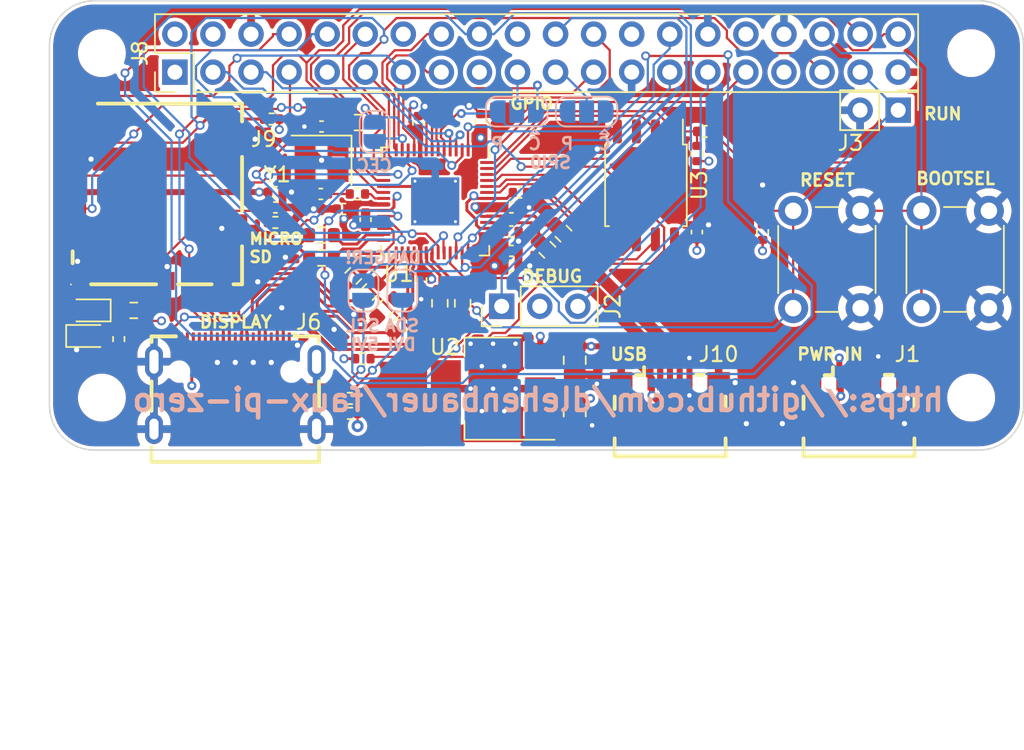
<source format=kicad_pcb>
(kicad_pcb (version 20211014) (generator pcbnew)
  (title_block (title "Faux Pi Zero") (date "2022-12-11") (rev "1.0") (comment 1 "RP2040 dev board in Pi Zero form factor") (comment 2 "https://github.com/dlehenbauer/faux-pi-zero"))
  (layers (0 "F.Cu" signal) (1 "In1.Cu" signal) (2 "In2.Cu" signal) (31 "B.Cu" signal) (34 "B.Paste" user) (35 "F.Paste" user) (36 "B.SilkS" user "B.Silkscreen") (37 "F.SilkS" user "F.Silkscreen") (38 "B.Mask" user) (39 "F.Mask" user) (44 "Edge.Cuts" user))
  (net 0 "")
  (net 1 "+3V3")
  (net 2 "VBUS")
  (net 3 "Net-(C1-Pad2)")
  (net 4 "Net-(C2-Pad2)")
  (net 5 "GND")
  (net 6 "/BOOTSEL")
  (net 7 "Net-(D1-Pad1)")
  (net 8 "/PICO_I2C0_SDA")
  (net 9 "/PICO_I2C0_SCL")
  (net 10 "/PICO_UART0_TX")
  (net 11 "/PICO_UART0_RX")
  (net 12 "/PICO_SPI1_~{CS}")
  (net 13 "/PICO_SWD")
  (net 14 "/PICO_SPI0_TX")
  (net 15 "/PICO_SPI0_RX")
  (net 16 "/PICO_SWCLK")
  (net 17 "/PICO_SPI0_SCLK")
  (net 18 "/PICO_SPI0_~{CS}")
  (net 19 "/SD_~{CS}")
  (net 20 "/PICO_I2C1_SDA")
  (net 21 "/PICO_I2C1_SCL")
  (net 22 "/PICO_SPI1_TX")
  (net 23 "/PICO_SPI1_RX")
  (net 24 "/PICO_SPI1_SCLK")
  (net 25 "/DVI_D2+")
  (net 26 "/DVI_D2-")
  (net 27 "/DVI_D1+")
  (net 28 "/DVI_D1-")
  (net 29 "/DVI_D0+")
  (net 30 "/DVI_D0-")
  (net 31 "/DVI_CK+")
  (net 32 "/DVI_CK-")
  (net 33 "/SD_DETECT")
  (net 34 "/USB_D+")
  (net 35 "/USB_D-")
  (net 36 "Net-(R5-Pad2)")
  (net 37 "/PICO_DVI_D2+")
  (net 38 "/PICO_DVI_D2-")
  (net 39 "/PICO_DVI_D1+")
  (net 40 "/PICO_DVI_D1-")
  (net 41 "/PICO_DVI_D0+")
  (net 42 "/PICO_DVI_D0-")
  (net 43 "/PICO_DVI_CK+")
  (net 44 "/PICO_DVI_CK-")
  (net 45 "/PICO_QSPI_~{CS}")
  (net 46 "+1V1")
  (net 47 "/PICO_QSPI_SD3")
  (net 48 "/PICO_QSPI_SCLK")
  (net 49 "/PICO_QSPI_SD0")
  (net 50 "/PICO_QSPI_SD2")
  (net 51 "/PICO_QSPI_SD1")
  (net 61 "/RUN")
  (net 62 "Net-(D2-Pad2)")
  (net 63 "/PICO_USB_D+")
  (net 64 "/PICO_USB_D-")
  (net 65 "/PICO_PWM")
  (net 67 "/DVI_SDA")
  (net 68 "/DVI_SCL")
  (net 69 "Net-(J6-Pad14)")
  (net 70 "/MOSI0")
  (net 71 "/MISO0")
  (net 72 "Net-(R17-Pad1)")
  (net 73 "/DVI_CEC")
  (net 74 "/PICO_CEC")
  (net 75 "/PICO_ADC0")
  (net 76 "/PICO_ADC1")
  (net 77 "/PICO_GP11")
  (footprint "Resistor_SMD:R_0603_1608Metric" (layer "F.Cu") (at 138.05 97.1 -135)
    (fp_text reference "R9" hide)
    (fp_text value "270")
  )
  (footprint "Connector_PinHeader_2.54mm:PinHeader_1x02_P2.54mm_Vertical" (layer "F.Cu") (at 172.23 83.908 -90)
    (fp_text reference "J3")
    (fp_text value "RUN")
  )
  (footprint "JLCPCB:MICRO-USB_MICRO-USB-17" (layer "F.Cu") (at 169.6 104.3 -90)
    (fp_text reference "J1")
    (fp_text value "PWR_IN")
  )
  (footprint "Connector_PinHeader_2.54mm:PinHeader_2x20_P2.54mm_Vertical" (layer "F.Cu") (at 123.97 81.368 90)
    (fp_text reference "J8")
    (fp_text value "GPIO")
  )
  (footprint "Capacitor_SMD:C_0402_1005Metric" (layer "F.Cu") (at 147 89.4)
    (fp_text reference "C16" hide)
    (fp_text value "100n")
  )
  (footprint "Capacitor_SMD:C_0805_2012Metric" (layer "F.Cu") (at 150.65 100.6 -90)
    (fp_text reference "C4" hide)
    (fp_text value "22u")
  )
  (footprint "Capacitor_SMD:C_0402_1005Metric" (layer "F.Cu") (at 146.425 90.4)
    (fp_text reference "C8" hide)
    (fp_text value "100n")
  )
  (footprint "Resistor_SMD:R_0603_1608Metric" (layer "F.Cu") (at 136.95 96.05 -135)
    (fp_text reference "R11" hide)
    (fp_text value "270")
  )
  (footprint "Capacitor_SMD:C_0402_1005Metric" (layer "F.Cu") (at 133.705 89.5)
    (fp_text reference "C2" hide)
    (fp_text value "30p")
  )
  (footprint "Resistor_SMD:R_0603_1608Metric" (layer "F.Cu") (at 139.1276 98.1776 -135)
    (fp_text reference "R8" hide)
    (fp_text value "270")
  )
  (footprint "Capacitor_SMD:C_0402_1005Metric" (layer "F.Cu") (at 146.42 94.3)
    (fp_text reference "C12" hide)
    (fp_text value "100n")
  )
  (footprint "Capacitor_SMD:C_0805_2012Metric" (layer "F.Cu") (at 150.65 104.1 -90)
    (fp_text reference "C5" hide)
    (fp_text value "22u")
  )
  (footprint "Connector_PinHeader_2.54mm:PinHeader_1x03_P2.54mm_Vertical" (layer "F.Cu") (at 145.775 97 90)
    (fp_text reference "J2")
    (fp_text value "DEBUG")
  )
  (footprint "MountingHole:MountingHole_2.7mm_M2.5" (layer "F.Cu") (at 119.1 103.098)
    (fp_text reference "MH3" hide)
    (fp_text value "MountingHole_2.7mm_M2.5" hide)
  )
  (footprint "Capacitor_SMD:C_0402_1005Metric" (layer "F.Cu") (at 146.42 93.3)
    (fp_text reference "C19" hide)
    (fp_text value "2.2u")
  )
  (footprint "Resistor_SMD:R_0402_1005Metric" (layer "F.Cu") (at 130.425 84.5 180)
    (fp_text reference "R2" hide)
    (fp_text value "10k")
  )
  (footprint "MountingHole:MountingHole_2.7mm_M2.5" (layer "F.Cu") (at 119.1 80.098)
    (fp_text reference "MH1" hide)
    (fp_text value "MountingHole_2.7mm_M2.5" hide)
  )
  (footprint "Resistor_SMD:R_0402_1005Metric" (layer "F.Cu") (at 136.515 100.5)
    (fp_text reference "R18" hide)
    (fp_text value "2k2")
  )
  (footprint "Resistor_SMD:R_0402_1005Metric" (layer "F.Cu") (at 120.225 99.19 -90)
    (fp_text reference "R17" hide)
    (fp_text value "470")
  )
  (footprint "Capacitor_SMD:C_0402_1005Metric" (layer "F.Cu") (at 136.6938 91.22 -90)
    (fp_text reference "C15" hide)
    (fp_text value "100n")
  )
  (footprint "LED_SMD:LED_0603_1608Metric" (layer "F.Cu") (at 118.2 98.984)
    (fp_text reference "D2" hide)
    (fp_text value "STS_GRN")
  )
  (footprint "Capacitor_SMD:C_0402_1005Metric" (layer "F.Cu") (at 158.8 92.045 90)
    (fp_text reference "C18" hide)
    (fp_text value "100n")
  )
  (footprint "Resistor_SMD:R_0603_1608Metric" (layer "F.Cu") (at 143.174 96.8 -90)
    (fp_text reference "R6" hide)
    (fp_text value "270")
  )
  (footprint "JLCPCB:SIM-SMD_8P-1040310811" (layer "F.Cu") (at 122.8 89.5 -90)
    (fp_text reference "J9")
    (fp_text value "Micro_SD_Card_Det")
  )
  (footprint "Package_DFN_QFN:QFN-56-1EP_7x7mm_P0.4mm_EP3.2x3.2mm_ThermalVias" (layer "F.Cu") (at 141.3375 90 -90)
    (fp_text reference "U1")
    (fp_text value "RP2040")
  )
  (footprint "Capacitor_SMD:C_0402_1005Metric" (layer "F.Cu") (at 140.21 84.78 90)
    (fp_text reference "C9" hide)
    (fp_text value "100n")
  )
  (footprint "MountingHole:MountingHole_2.7mm_M2.5" (layer "F.Cu") (at 177.1 103.098)
    (fp_text reference "MH4" hide)
    (fp_text value "MountingHole_2.7mm_M2.5" hide)
  )
  (footprint "Resistor_SMD:R_0402_1005Metric" (layer "F.Cu") (at 159.32 85.325 180)
    (fp_text reference "R20" hide)
    (fp_text value "1k")
  )
  (footprint "Resistor_SMD:R_0603_1608Metric" (layer "F.Cu") (at 149.9 92.15 -45)
    (fp_text reference "R3" hide)
    (fp_text value "27")
  )
  (footprint "Crystal:Crystal_SMD_3225-4Pin_3.2x2.5mm" (layer "F.Cu") (at 133.755 87.25 180)
    (fp_text reference "Y1")
    (fp_text value "12 MHz")
  )
  (footprint "Capacitor_SMD:C_0402_1005Metric" (layer "F.Cu") (at 144.375 84.65 90)
    (fp_text reference "C7" hide)
    (fp_text value "100n")
  )
  (footprint "Button_Switch_THT:SW_PUSH_6mm" (layer "F.Cu") (at 178.2833 90.6237 -90)
    (fp_text reference "SW2" hide)
    (fp_text value "BOOTSEL")
  )
  (footprint "JLCPCB:MICRO-USB_MICRO-USB-17" (layer "F.Cu") (at 157 104.3 -90)
    (fp_text reference "J10")
    (fp_text value "USB")
  )
  (footprint "Capacitor_SMD:C_0402_1005Metric" (layer "F.Cu") (at 146.42 92)
    (fp_text reference "C13" hide)
    (fp_text value "2.2u")
  )
  (footprint "Capacitor_SMD:C_0402_1005Metric" (layer "F.Cu") (at 130.675 90.4)
    (fp_text reference "C14" hide)
    (fp_text value "10u")
  )
  (footprint "Resistor_SMD:R_0603_1608Metric" (layer "F.Cu") (at 148.8217 93.2283 -45)
    (fp_text reference "R4" hide)
    (fp_text value "27")
  )
  (footprint "Resistor_SMD:R_0402_1005Metric" (layer "F.Cu") (at 158.81 86.8 90)
    (fp_text reference "R19" hide)
    (fp_text value "10k")
  )
  (footprint "Capacitor_SMD:C_0402_1005Metric" (layer "F.Cu") (at 130.675 89.376)
    (fp_text reference "C17" hide)
    (fp_text value "100n")
  )
  (footprint "Package_SO:SOIC-8_5.23x5.23mm_P1.27mm" (layer "F.Cu") (at 155.4 88.925 -90)
    (fp_text reference "U3")
    (fp_text value "W25Q128JVS")
  )
  (footprint "Resistor_SMD:R_0603_1608Metric" (layer "F.Cu") (at 136.2 84.73 180)
    (fp_text reference "R23" hide)
    (fp_text value "270")
  )
  (footprint "JLCPCB:HDMI-SMD_HDMI-201" (layer "F.Cu") (at 128 103.2)
    (fp_text reference "J6")
    (fp_text value "HDMI_C_1.4")
  )
  (footprint "Resistor_SMD:R_0603_1608Metric" (layer "F.Cu") (at 135.8724 94.9724 -135)
    (fp_text reference "R12" hide)
    (fp_text value "270")
  )
  (footprint "Resistor_SMD:R_0603_1608Metric" (layer "F.Cu") (at 133.75 93.774 180)
    (fp_text reference "R13" hide)
    (fp_text value "270")
  )
  (footprint "Button_Switch_THT:SW_PUSH_6mm" (layer "F.Cu") (at 169.725 90.625 -90)
    (fp_text reference "SW1" hide)
    (fp_text value "RESET")
  )
  (footprint "Resistor_SMD:R_0402_1005Metric" (layer "F.Cu") (at 135.65 103.1501 180)
    (fp_text reference "R21" hide)
    (fp_text value "2k2")
  )
  (footprint "Resistor_SMD:R_0402_1005Metric" (layer "F.Cu") (at 163.1833 92.0513 -90)
    (fp_text reference "R10" hide)
    (fp_text value "10k")
  )
  (footprint "Capacitor_SMD:C_0402_1005Metric" (layer "F.Cu") (at 133.755 85)
    (fp_text reference "C1" hide)
    (fp_text value "30p")
  )
  (footprint "Capacitor_SMD:C_0402_1005Metric" (layer "F.Cu") (at 140.4 95.225 -90)
    (fp_text reference "C11" hide)
    (fp_text value "100n")
  )
  (footprint "Resistor_SMD:R_0402_1005Metric" (layer "F.Cu") (at 136.15 89.5)
    (fp_text reference "R5" hide)
    (fp_text value "1k")
  )
  (footprint "Package_TO_SOT_SMD:SOT-223-3_TabPin2" (layer "F.Cu") (at 145.2 102.5 180)
    (fp_text reference "U2")
    (fp_text value "AMS1117-3.3")
  )
  (footprint "Capacitor_SMD:C_0402_1005Metric" (layer "F.Cu") (at 135.25 90.5 180)
    (fp_text reference "C10" hide)
    (fp_text value "100n")
  )
  (footprint "Resistor_SMD:R_0603_1608Metric" (layer "F.Cu") (at 141.65 96.8 -90)
    (fp_text reference "R7" hide)
    (fp_text value "270")
  )
  (footprint "Resistor_SMD:R_0603_1608Metric" (layer "F.Cu") (at 121.225 97.275 180)
    (fp_text reference "R15" hide)
    (fp_text value "270")
  )
  (footprint "MountingHole:MountingHole_2.7mm_M2.5" (layer "F.Cu") (at 177.1 80.098)
    (fp_text reference "MH2" hide)
    (fp_text value "MountingHole_2.7mm_M2.5" hide)
  )
  (footprint "Resistor_SMD:R_0402_1005Metric" (layer "F.Cu") (at 130.675 91.4 180)
    (fp_text reference "R1" hide)
    (fp_text value "10k")
  )
  (footprint "Resistor_SMD:R_0402_1005Metric" (layer "F.Cu") (at 135.65 104.1501 180)
    (fp_text reference "R22" hide)
    (fp_text value "2k2")
  )
  (footprint "LED_SMD:LED_0603_1608Metric" (layer "F.Cu") (at 118.2 97.275 180)
    (fp_text reference "D1" hide)
    (fp_text value "SD_RED")
  )
  (footprint "Resistor_SMD:R_0603_1608Metric" (layer "F.Cu") (at 133.75 92.25 180)
    (fp_text reference "R14" hide)
    (fp_text value "270")
  )
  (footprint "Jumper:SolderJumper-2_P1.3mm_Open_RoundedPad1.0x1.5mm" (layer "B.Cu") (at 139.15 95.95 -90)
    (fp_text reference "JP9" hide)
    (fp_text value "DVI_SDA")
  )
  (footprint "Jumper:SolderJumper-2_P1.3mm_Open_RoundedPad1.0x1.5mm" (layer "B.Cu") (at 137.3 85.35 90)
    (fp_text reference "JP7" hide)
    (fp_text value "DVI_CEC")
  )
  (footprint "Jumper:SolderJumper-3_P1.3mm_Open_RoundedPad1.0x1.5mm" (layer "B.Cu") (at 146.78 84 180)
    (fp_text reference "JP1" hide)
    (fp_text value "SPI0_PICO")
  )
  (footprint "Jumper:SolderJumper-3_P1.3mm_Open_RoundedPad1.0x1.5mm" (layer "B.Cu") (at 151.44 84 180)
    (fp_text reference "JP3" hide)
    (fp_text value "SPI0_POCI")
  )
  (footprint "Jumper:SolderJumper-2_P1.3mm_Open_RoundedPad1.0x1.5mm" (layer "B.Cu") (at 136.55 95.95 -90)
    (fp_text reference "JP8" hide)
    (fp_text value "DVI_SCL")
  )
  (gr_arc locked (start 177.6 76.6) (mid 179.72132 77.47868) (end 180.6 79.6) (layer "Edge.Cuts") (width 0.1))
  (gr_arc locked (start 180.6 103.6) (mid 179.72132 105.72132) (end 177.6 106.6) (layer "Edge.Cuts") (width 0.1))
  (gr_line locked (start 115.6 79.6) (end 115.6 103.6) (layer "Edge.Cuts") (width 0.1))
  (gr_arc locked (start 115.6 79.6) (mid 116.47868 77.47868) (end 118.6 76.6) (layer "Edge.Cuts") (width 0.1))
  (gr_line locked (start 177.6 76.6) (end 118.6 76.6) (layer "Edge.Cuts") (width 0.1))
  (gr_line locked (start 180.6 103.6) (end 180.6 79.6) (layer "Edge.Cuts") (width 0.1))
  (gr_line locked (start 177.6 106.6) (end 118.6 106.6) (layer "Edge.Cuts") (width 0.1))
  (gr_arc locked (start 118.6 106.6) (mid 116.47868 105.72132) (end 115.6 103.6) (layer "Edge.Cuts") (width 0.1))
  (gr_text "SCL" (at 137.744762 98.3) (layer "B.SilkS") (effects (font (size 0.8 0.8) (thickness 0.18)) (justify left mirror)))
  (gr_text "SPI0" (at 150.5 87.4) (layer "B.SilkS") (effects (font (size 0.8 0.8) (thickness 0.18)) (justify left mirror)))
  (gr_text "CEC" (at 138.551905 87.6) (layer "B.SilkS") (effects (font (size 0.8 0.8) (thickness 0.18)) (justify left mirror)))
  (gr_text "SDA" (at 140.36381 98.3) (layer "B.SilkS") (effects (font (size 0.8 0.8) (thickness 0.18)) (justify left mirror)))
  (gr_text "DANGER!" (at 140.511905 93.75) (layer "B.SilkS") (effects (font (size 0.8 0.8) (thickness 0.18)) (justify left mirror)))
  (gr_text "https://github.com/dlehenbauer/faux-pi-zero" (at 148.2 103.25) (layer "B.SilkS") (effects (font (size 1.5 1.5) (thickness 0.3)) (justify mirror)))
  (gr_text "C" (at 153.15 86.15) (layer "B.SilkS") (effects (font (size 0.8 0.8) (thickness 0.18)) (justify left mirror)))
  (gr_text "P" (at 150.655 86.15) (layer "B.SilkS") (effects (font (size 0.8 0.8) (thickness 0.18)) (justify left mirror)))
  (gr_text "P" (at 145.995 86.15) (layer "B.SilkS") (effects (font (size 0.8 0.8) (thickness 0.18)) (justify left mirror)))
  (gr_text "DVI 5V!" (at 140.15 99.55) (layer "B.SilkS") (effects (font (size 0.8 0.8) (thickness 0.18)) (justify left mirror)))
  (gr_text "C" (at 148.5 86.15) (layer "B.SilkS") (effects (font (size 0.8 0.8) (thickness 0.18)) (justify left mirror)))
  (gr_text "DEBUG" (at 147.05 95) (layer "F.SilkS") (effects (font (size 0.8 0.8) (thickness 0.18)) (justify left)))
  (gr_text "MICRO\nSD\n" (at 128.85 93.1) (layer "F.SilkS") (effects (font (size 0.75 0.75) (thickness 0.18)) (justify left)))
  (gr_text "GPIO" (at 146.25 83.45) (layer "F.SilkS") (effects (font (size 0.8 0.8) (thickness 0.18)) (justify left)))
  (gr_text "BOOTSEL" (at 173.333776 88.475) (layer "F.SilkS") (effects (font (size 0.8 0.8) (thickness 0.18)) (justify left)))
  (gr_text "RUN" (at 173.85 84.15) (layer "F.SilkS") (effects (font (size 0.8 0.8) (thickness 0.18)) (justify left)))
  (gr_text "PWR IN" (at 165.4 100.2) (layer "F.SilkS") (effects (font (size 0.8 0.8) (thickness 0.18)) (justify left)))
  (gr_text "DISPLAY" (at 125.529099 98.05) (layer "F.SilkS") (effects (font (size 0.8 0.8) (thickness 0.18)) (justify left)))
  (gr_text "USB" (at 152.95 100.2) (layer "F.SilkS") (effects (font (size 0.8 0.8) (thickness 0.18)) (justify left)))
  (gr_text "RESET" (at 165.575476 88.5763) (layer "F.SilkS") (effects (font (size 0.8 0.8) (thickness 0.18)) (justify left)))
  (segment (start 130.195 89.376) (end 130.195 90.4) (width 0.4) (layer "F.Cu") (net 1))
  (segment (start 140.4 94.745) (end 140.665 94.745) (width 0.2) (layer "F.Cu") (net 1))
  (segment (start 135.73 90.6798) (end 135.254 91.1558) (width 0.2) (layer "F.Cu") (net 1))
  (segment (start 144.375 85.13) (end 144.375 85.75) (width 0.15) (layer "F.Cu") (net 1))
  (segment (start 140.21 85.26) (end 139.65 84.7) (width 0.2) (layer "F.Cu") (net 1))
  (segment (start 144.775 90.4) (end 145.945 90.4) (width 0.2) (layer "F.Cu") (net 1))
  (segment (start 139.65 84.7) (end 139.65 83.8002) (width 0.2) (layer "F.Cu") (net 1))
  (segment (start 145.3 94.3) (end 144.4 94.3) (width 0.2) (layer "F.Cu") (net 1))
  (segment (start 163.183 92.9313) (end 163.183 92.5613) (width 0.15) (layer "F.Cu") (net 1))
  (segment (start 130.195 89.376) (end 129.6 89.376) (width 0.4) (layer "F.Cu") (net 1))
  (segment (start 145.94 93.3) (end 145.94 94.3) (width 0.2) (layer "F.Cu") (net 1))
  (segment (start 163.1833 92.931) (end 163.1833 92.5613) (width 0.15) (layer "F.Cu") (net 1))
  (segment (start 157.305 92.525) (end 158.8 92.525) (width 0.2) (layer "F.Cu") (net 1))
  (segment (start 143.938 86.5625) (end 143.938 86.187) (width 0.2) (layer "F.Cu") (net 1))
  (segment (start 143.938 93.8375) (end 143.938 93.4375) (width 0.2) (layer "F.Cu") (net 1))
  (segment (start 131.185 91.4) (end 131.185 91.39) (width 0.15) (layer "F.Cu") (net 1))
  (segment (start 117.449 89.376) (end 117.4491 89.376) (width 0.4) (layer "F.Cu") (net 1))
  (segment (start 140.665 94.745) (end 141.1 95.18) (width 0.2) (layer "F.Cu") (net 1))
  (segment (start 143.7 102.5) (end 142.05 102.5) (width 0.4) (layer "F.Cu") (net 1))
  (segment (start 145.94 92.89) (end 145.25 92.2) (width 0.2) (layer "F.Cu") (net 1))
  (segment (start 163.183 93.3013) (end 163.183 92.9313) (width 0.15) (layer "F.Cu") (net 1))
  (segment (start 131.185 91.39) (end 130.195 90.4) (width 0.15) (layer "F.Cu") (net 1))
  (segment (start 118.112 97.975) (end 117.762 97.6251) (width 0.15) (layer "F.Cu") (net 1))
  (segment (start 137.9 90.2) (end 136.03 90.2) (width 0.2) (layer "F.Cu") (net 1))
  (segment (start 136.03 90.2) (end 135.73 90.5) (width 0.2) (layer "F.Cu") (net 1))
  (segment (start 130.935 84.5) (end 130.935 85.2) (width 0.15) (layer "F.Cu") (net 1))
  (segment (start 117.4125 97.2756) (end 117.4125 97.275) (width 0.15) (layer "F.Cu") (net 1))
  (segment (start 144.775 90.4) (end 144.775 90.6) (width 0.2) (layer "F.Cu") (net 1))
  (segment (start 144.4 94.3) (end 143.938 93.8375) (width 0.2) (layer "F.Cu") (net 1))
  (segment (start 158.81 87.31) (end 159.6 87.31) (width 0.15) (layer "F.Cu") (net 1))
  (segment (start 144.043 90.4) (end 144.008 90.3652) (width 0.2) (layer "F.Cu") (net 1))
  (segment (start 117.762 97.6251) (end 117.4125 97.2756) (width 0.15) (layer "F.Cu") (net 1))
  (segment (start 145.25 92.2) (end 144.775 92.2) (width 0.2) (layer "F.Cu") (net 1))
  (segment (start 144.775 90.2) (end 144.775 90.4) (width 0.2) (layer "F.Cu") (net 1))
  (segment (start 140.338 93.4375) (end 140.338 94.6825) (width 0.2) (layer "F.Cu") (net 1))
  (segment (start 136.005 100.5) (end 135.25 100.5) (width 0.2) (layer "F.Cu") (net 1))
  (segment (start 140.338 86.5625) (end 140.338 85.38) (width 0.2) (layer "F.Cu") (net 1))
  (segment (start 144.775 90.4) (end 144.043 90.4) (width 0.2) (layer "F.Cu") (net 1))
  (segment (start 117.4491 89.376) (end 129.6 89.376) (width 0.4) (layer "F.Cu") (net 1))
  (segment (start 158.8 92.525) (end 158.8 93.275) (width 0.2) (layer "F.Cu") (net 1))
  (segment (start 123.075 97.975) (end 118.112 97.975) (width 0.15) (layer "F.Cu") (net 1))
  (segment (start 145.94 94.3) (end 145.3 94.3) (width 0.2) (layer "F.Cu") (net 1))
  (segment (start 140.338 94.6825) (end 140.4 94.745) (width 0.2) (layer "F.Cu") (net 1))
  (segment (start 135.73 90.5) (end 135.73 90.6798) (width 0.2) (layer "F.Cu") (net 1))
  (segment (start 143.938 86.187) (end 144.375 85.75) (width 0.2) (layer "F.Cu") (net 1))
  (segment (start 117.762 97.6251) (end 117.412 97.2752) (width 0.15) (layer "F.Cu") (net 1))
  (segment (start 150 102.5) (end 150.65 103.15) (width 0.4) (layer "F.Cu") (net 1))
  (segment (start 139.65 83.8002) (end 139.903 83.5469) (width 0.2) (layer "F.Cu") (net 1))
  (segment (start 144.775 92.2) (end 144.775 92.6) (width 0.2) (layer "F.Cu") (net 1))
  (segment (start 150.65 103.15) (end 151.7 103.15) (width 0.4) (layer "F.Cu") (net 1))
  (segment (start 145.94 93.3) (end 145.94 92.89) (width 0.2) (layer "F.Cu") (net 1))
  (segment (start 148.35 102.5) (end 150 102.5) (width 0.4) (layer "F.Cu") (net 1))
  (segment (start 163.183 92.9313) (end 163.1833 92.931) (width 0.15) (layer "F.Cu") (net 1))
  (via (at 141.1 95.18) (size 0.6) (drill 0.35) (layers "F.Cu" "B.Cu") (net 1))
  (via (at 135.25 100.5) (size 0.6) (drill 0.35) (layers "F.Cu" "B.Cu") (net 1))
  (via (at 139.903 83.5469) (size 0.6) (drill 0.35) (layers "F.Cu" "B.Cu") (net 1))
  (via (at 145.3 94.3) (size 0.6) (drill 0.35) (layers "F.Cu" "B.Cu") (net 1))
  (via (at 143.7 99.5) (size 0.6) (drill 0.3) (layers "F.Cu" "B.Cu") (net 1))
  (via (at 144.45 101) (size 0.6) (drill 0.3) (layers "F.Cu" "B.Cu") (net 1))
  (via (at 145.2 102.5) (size 0.6) (drill 0.3) (layers "F.Cu" "B.Cu") (net 1))
  (via (at 145.95 104) (size 0.6) (drill 0.3) (layers "F.Cu" "B.Cu") (net 1))
  (via (at 145.95 101) (size 0.6) (drill 0.3) (layers "F.Cu" "B.Cu") (net 1))
  (via (at 158.8 93.275) (size 0.6) (drill 0.35) (layers "F.Cu" "B.Cu") (net 1))
  (via (at 129.6 89.376) (size 0.6) (drill 0.35) (layers "F.Cu" "B.Cu") (net 1))
  (via (at 146.7 102.5) (size 0.6) (drill 0.3) (layers "F.Cu" "B.Cu") (net 1))
  (via (at 146.7 99.5) (size 0.6) (drill 0.3) (layers "F.Cu" "B.Cu") (net 1))
  (via (at 143.7 102.5) (size 0.6) (drill 0.3) (layers "F.Cu" "B.Cu") (net 1))
  (via (at 159.6 87.31) (size 0.6) (drill 0.35) (layers "F.Cu" "B.Cu") (net 1))
  (via (at 130.935 85.2) (size 0.6) (drill 0.35) (layers "F.Cu" "B.Cu") (net 1))
  (via (at 144.45 104) (size 0.6) (drill 0.3) (layers "F.Cu" "B.Cu") (net 1))
  (via (at 123.075 97.975) (size 0.6) (drill 0.35) (layers "F.Cu" "B.Cu") (net 1))
  (via (at 144.375 85.75) (size 0.6) (drill 0.35) (layers "F.Cu" "B.Cu") (net 1))
  (via (at 145.2 99.5) (size 0.6) (drill 0.3) (layers "F.Cu" "B.Cu") (net 1))
  (via (at 151.7 103.15) (size 0.6) (drill 0.3) (layers "F.Cu" "B.Cu") (net 1))
  (via (at 144.008 90.3652) (size 0.6) (drill 0.35) (layers "F.Cu" "B.Cu") (net 1))
  (via (at 163.183 93.3013) (size 0.6) (drill 0.35) (layers "F.Cu" "B.Cu") (net 1))
  (via (at 135.254 91.1558) (size 0.6) (drill 0.35) (layers "F.Cu" "B.Cu") (net 1))
  (segment (start 168.3043 101.7142) (end 168.3041 101.7141) (width 0.4) (layer "F.Cu") (net 2))
  (segment (start 168.304 101.712) (end 168.304 101.713) (width 0.15) (layer "F.Cu") (net 2))
  (segment (start 124.8 99.4285) (end 124.8 99.426) (width 0.15) (layer "F.Cu") (net 2))
  (segment (start 168.3041 101.714) (end 168.304 101.714) (width 0.15) (layer "F.Cu") (net 2))
  (segment (start 168.3043 101.7142) (end 168.3041 101.7141) (width 0.15) (layer "F.Cu") (net 2))
  (segment (start 124.8 99.4636) (end 124.8 99.4435) (width 0.15) (layer "F.Cu") (net 2))
  (segment (start 167.665 103.735) (end 168.4 103) (width 0.4) (layer "F.Cu") (net 2))
  (segment (start 124.8 99.4238) (end 124.8 99.4241) (width 0.2) (layer "F.Cu") (net 2))
  (segment (start 168.307 101.717) (end 168.306 101.716) (width 0.4) (layer "F.Cu") (net 2))
  (segment (start 124.8 99.5038) (end 124.8 99.4636) (width 0.15) (layer "F.Cu") (net 2))
  (segment (start 124.8 99.4285) (end 124.8 99.4335) (width 0.2) (layer "F.Cu") (net 2))
  (segment (start 168.307 101.717) (end 168.306 101.716) (width 0.15) (layer "F.Cu") (net 2))
  (segment (start 136.16 104.1501) (end 136.16 105) (width 0.15) (layer "F.Cu") (net 2))
  (segment (start 168.304 101.084) (end 168.304 101.399) (width 0.15) (layer "F.Cu") (net 2))
  (segment (start 168.304 101.556) (end 168.304 101.399) (width 0.4) (layer "F.Cu") (net 2))
  (segment (start 168.4 101.81) (end 168.352 101.762) (width 0.4) (layer "F.Cu") (net 2))
  (segment (start 168.306 101.716) (end 168.305 101.715) (width 0.4) (layer "F.Cu") (net 2))
  (segment (start 168.304 101.709) (end 168.304 101.712) (width 0.15) (layer "F.Cu") (net 2))
  (segment (start 168.304 101.704) (end 168.304 101.709) (width 0.15) (layer "F.Cu") (net 2))
  (segment (start 168.305 101.715) (end 168.3045 101.7145) (width 0.15) (layer "F.Cu") (net 2))
  (segment (start 136.16 103.1501) (end 136.16 104.1501) (width 0.15) (layer "F.Cu") (net 2))
  (segment (start 168.352 101.762) (end 168.328 101.738) (width 0.15) (layer "F.Cu") (net 2))
  (segment (start 124.8 99.5038) (end 124.8 99.5841) (width 0.2) (layer "F.Cu") (net 2))
  (segment (start 124.8 99.4636) (end 124.8 99.5038) (width 0.2) (layer "F.Cu") (net 2))
  (segment (start 124.8 100.709) (end 125.1 101.009) (width 0.2) (layer "F.Cu") (net 2))
  (segment (start 168.328 101.738) (end 168.316 101.726) (width 0.4) (layer "F.Cu") (net 2))
  (segment (start 168.3045 101.7145) (end 168.3044 101.7144) (width 0.4) (layer "F.Cu") (net 2))
  (segment (start 168.304 101.714) (end 168.3039 101.714) (width 0.15) (layer "F.Cu") (net 2))
  (segment (start 124.8 99.7447) (end 124.8 100.066) (width 0.2) (layer "F.Cu") (net 2))
  (segment (start 155.7037 101.7137) (end 155.7037 101.7142) (width 0.15) (layer "F.Cu") (net 2))
  (segment (start 155.8 102.95) (end 156.585 103.735) (width 0.4) (layer "F.Cu") (net 2))
  (segment (start 168.304 101.675) (end 168.304 101.694) (width 0.15) (layer "F.Cu") (net 2))
  (segment (start 168.304 101.713) (end 168.304 101.712) (width 0.4) (layer "F.Cu") (net 2))
  (segment (start 168.3044 101.7144) (end 168.3043 101.7142) (width 0.4) (layer "F.Cu") (net 2))
  (segment (start 168.316 101.726) (end 168.31 101.72) (width 0.15) (layer "F.Cu") (net 2))
  (segment (start 168.3041 101.714) (end 168.304 101.714) (width 0.4) (layer "F.Cu") (net 2))
  (segment (start 124.8 99.4247) (end 124.8 99.426) (width 0.2) (layer "F.Cu") (net 2))
  (segment (start 168.3044 101.7144) (end 168.3043 101.7142) (width 0.15) (layer "F.Cu") (net 2))
  (segment (start 124.8 99.5841) (end 124.8 99.5038) (width 0.15) (layer "F.Cu") (net 2))
  (segment (start 168.3041 101.7141) (end 168.3041 101.714) (width 0.15) (layer "F.Cu") (net 2))
  (segment (start 148.9 99.65) (end 148.35 100.2) (width 0.4) (layer "F.Cu") (net 2))
  (segment (start 168.305 101.715) (end 168.3045 101.7145) (width 0.4) (layer "F.Cu") (net 2))
  (segment (start 168.304 101.714) (end 168.304 101.713) (width 0.4) (layer "F.Cu") (net 2))
  (segment (start 168.304 101.712) (end 168.304 101.709) (width 0.4) (layer "F.Cu") (net 2))
  (segment (start 168.31 101.72) (end 168.307 101.717) (width 0.4) (layer "F.Cu") (net 2))
  (segment (start 124.8 99.4241) (end 124.8 99.4247) (width 0.2) (layer "F.Cu") (net 2))
  (segment (start 168.304 100.454) (end 168.3 100.45) (width 0.4) (layer "F.Cu") (net 2))
  (segment (start 168.306 101.716) (end 168.305 101.715) (width 0.15) (layer "F.Cu") (net 2))
  (segment (start 124.8 99.4435) (end 124.8 99.4636) (width 0.2) (layer "F.Cu") (net 2))
  (segment (start 124.8 99.4335) (end 124.8 99.4435) (width 0.2) (layer "F.Cu") (net 2))
  (segment (start 124.8 99.4247) (end 124.8 99.4241) (width 0.15) (layer "F.Cu") (net 2))
  (segment (start 153.665 99.675) (end 155.7037 101.7137) (width 0.4) (layer "F.Cu") (net 2))
  (segment (start 168.304 101.704) (end 168.304 101.694) (width 0.4) (layer "F.Cu") (net 2))
  (segment (start 168.3039 101.714) (end 168.3037 101.7142) (width 0.15) (layer "F.Cu") (net 2))
  (segment (start 168.4 103) (end 168.4 101.81) (width 0.4) (layer "F.Cu") (net 2))
  (segment (start 156.585 103.735) (end 167.665 103.735) (width 0.4) (layer "F.Cu") (net 2))
  (segment (start 168.304 101.694) (end 168.304 101.675) (width 0.4) (layer "F.Cu") (net 2))
  (segment (start 124.8 99.4238) (end 124.8 99.4236) (width 0.15) (layer "F.Cu") (net 2))
  (segment (start 168.304 101.399) (end 168.304 101.084) (width 0.4) (layer "F.Cu") (net 2))
  (segment (start 168.304 101.675) (end 168.304 101.635) (width 0.4) (layer "F.Cu") (net 2))
  (segment (start 124.8 100.066) (end 124.8 99.7447) (width 0.15) (layer "F.Cu") (net 2))
  (segment (start 124.8 99.7447) (end 124.8 99.5841) (width 0.15) (layer "F.Cu") (net 2))
  (segment (start 168.3045 101.7145) (end 168.3044 101.7144) (width 0.15) (layer "F.Cu") (net 2))
  (segment (start 151.75 99.675) (end 153.665 99.675) (width 0.4) (layer "F.Cu") (net 2))
  (segment (start 168.304 101.709) (end 168.304 101.704) (width 0.4) (layer "F.Cu") (net 2))
  (segment (start 124.8 99.5841) (end 124.8 99.7447) (width 0.2) (layer "F.Cu") (net 2))
  (segment (start 168.31 101.72) (end 168.307 101.717) (width 0.15) (layer "F.Cu") (net 2))
  (segment (start 168.3041 101.7141) (end 168.3041 101.714) (width 0.4) (layer "F.Cu") (net 2))
  (segment (start 151.725 99.65) (end 151.75 99.675) (width 0.4) (layer "F.Cu") (net 2))
  (segment (start 148.35 100.2) (end 148.35 99) (width 0.4) (layer "F.Cu") (net 2))
  (segment (start 168.304 101.694) (end 168.304 101.704) (width 0.15) (layer "F.Cu") (net 2))
  (segment (start 168.304 101.713) (end 168.304 101.714) (width 0.15) (layer "F.Cu") (net 2))
  (segment (start 168.316 101.726) (end 168.31 101.72) (width 0.4) (layer "F.Cu") (net 2))
  (segment (start 124.8 99.426) (end 124.8 99.4285) (width 0.2) (layer "F.Cu") (net 2))
  (segment (start 168.304 101.635) (end 168.304 101.675) (width 0.15) (layer "F.Cu") (net 2))
  (segment (start 150.65 99.65) (end 148.9 99.65) (width 0.4) (layer "F.Cu") (net 2))
  (segment (start 124.8 99.4235) (end 124.8 99.4236) (width 0.2) (layer "F.Cu") (net 2))
  (segment (start 168.328 101.738) (end 168.316 101.726) (width 0.15) (layer "F.Cu") (net 2))
  (segment (start 168.304 101.635) (end 168.304 101.556) (width 0.4) (layer "F.Cu") (net 2))
  (segment (start 150.65 99.65) (end 151.725 99.65) (width 0.4) (layer "F.Cu") (net 2))
  (segment (start 124.8 100.066) (end 124.8 100.709) (width 0.2) (layer "F.Cu") (net 2))
  (segment (start 124.8 99.4335) (end 124.8 99.4285) (width 0.15) (layer "F.Cu") (net 2))
  (segment (start 168.304 101.556) (end 168.304 101.635) (width 0.15) (layer "F.Cu") (net 2))
  (segment (start 155.8 101.81) (end 155.8 102.95) (width 0.4) (layer "F.Cu") (net 2))
  (segment (start 168.304 101.399) (end 168.304 101.556) (width 0.15) (layer "F.Cu") (net 2))
  (segment (start 168.304 101.084) (end 168.304 100.454) (width 0.4) (layer "F.Cu") (net 2))
  (segment (start 124.8 99.4435) (end 124.8 99.4335) (width 0.15) (layer "F.Cu") (net 2))
  (segment (start 124.8 99.426) (end 124.8 99.4247) (width 0.15) (layer "F.Cu") (net 2))
  (segment (start 168.352 101.762) (end 168.328 101.738) (width 0.4) (layer "F.Cu") (net 2))
  (segment (start 124.8 99.4235) (end 124.7999 99.4235) (width 0.15) (layer "F.Cu") (net 2))
  (segment (start 124.8 99.4236) (end 124.8 99.4235) (width 0.15) (layer "F.Cu") (net 2))
  (segment (start 124.8 99.4241) (end 124.8 99.4238) (width 0.15) (layer "F.Cu") (net 2))
  (segment (start 155.7037 101.7137) (end 155.8 101.81) (width 0.4) (layer "F.Cu") (net 2))
  (segment (start 124.8 99.4236) (end 124.8 99.4238) (width 0.2) (layer "F.Cu") (net 2))
  (segment (start 125.1 101.009) (end 125.1 102.3) (width 0.2) (layer "F.Cu") (net 2))
  (via (at 136.16 105) (size 0.8) (drill 0.4) (layers "F.Cu" "B.Cu") (net 2))
  (via (at 168.4 103) (size 0.6) (drill 0.3) (layers "F.Cu" "B.Cu") (net 2))
  (via (at 168.3 100.45) (size 0.6) (drill 0.3) (layers "F.Cu" "B.Cu") (net 2))
  (via (at 148.35 99) (size 0.6) (drill 0.35) (layers "F.Cu" "B.Cu") (net 2))
  (via (at 151.75 99.675) (size 0.6) (drill 0.3) (layers "F.Cu" "B.Cu") (net 2))
  (via (at 125.1 102.3) (size 0.6) (drill 0.3) (layers "F.Cu" "B.Cu") (net 2))
  (via (at 155.8 102.95) (size 0.6) (drill 0.3) (layers "F.Cu" "B.Cu") (net 2))
  (segment (start 134.855 85.62) (end 134.855 86.4) (width 0.15) (layer "F.Cu") (net 3))
  (segment (start 134.235 85) (end 134.855 85.62) (width 0.15) (layer "F.Cu") (net 3))
  (segment (start 135.626 87.2255) (end 135.78 87.3795) (width 0.15) (layer "F.Cu") (net 3))
  (segment (start 137.474 89.4) (end 137.9 89.4) (width 0.15) (layer "F.Cu") (net 3))
  (segment (start 134.855 86.4) (end 134.855 86.4541) (width 0.15) (layer "F.Cu") (net 3))
  (segment (start 135.78 87.3795) (end 135.78 87.7064) (width 0.15) (layer "F.Cu") (net 3))
  (segment (start 135.78 87.7064) (end 137.474 89.4) (width 0.15) (layer "F.Cu") (net 3))
  (segment (start 134.855 86.4541) (end 135.626 87.2251) (width 0.15) (layer "F.Cu") (net 3))
  (segment (start 135.626 87.2251) (end 135.626 87.2255) (width 0.15) (layer "F.Cu") (net 3))
  (segment (start 132.785 88.1) (end 134.185 89.5) (width 0.15) (layer "F.Cu") (net 4))
  (segment (start 132.655 88.1) (end 132.785 88.1) (width 0.15) (layer "F.Cu") (net 4))
  (segment (start 134.185 89.5) (end 135.64 89.5) (width 0.15) (layer "F.Cu") (net 4))
  (segment (start 128.124 85.8411) (end 129.325 85.8411) (width 0.4) (layer "F.Cu") (net 5))
  (segment (start 160.25 102.094) (end 161.344 102.094) (width 0.4) (layer "F.Cu") (net 5))
  (segment (start 170.9 101.719) (end 170.905 101.714) (width 0.2) (layer "F.Cu") (net 5))
  (segment (start 171.271 90.625) (end 169.725 90.625) (width 0.15) (layer "F.Cu") (net 5))
  (segment (start 170.905 101.714) (end 170.905 100.355) (width 0.4) (layer "F.Cu") (net 5))
  (segment (start 170.905 100.355) (end 170.9 100.35) (width 0.4) (layer "F.Cu") (net 5))
  (segment (start 135.343 96.9829) (end 135.905 97.5448) (width 0.2) (layer "F.Cu") (net 5))
  (segment (start 128.124 91.8112) (end 128.1239 91.8112) (width 0.4) (layer "F.Cu") (net 5))
  (segment (start 133.275 85) (end 133.275 85.78) (width 0.4) (layer "F.Cu") (net 5))
  (segment (start 133.225 90.5) (end 133.225 89.5) (width 0.2) (layer "F.Cu") (net 5))
  (segment (start 163.183 89.665) (end 163.183 88.9013) (width 0.15) (layer "F.Cu") (net 5))
  (segment (start 129.499 95.3645) (end 129.699 95.1645) (width 0.2) (layer "F.Cu") (net 5))
  (segment (start 158.305 100.455) (end 158.3 100.45) (width 0.4) (layer "F.Cu") (net 5))
  (segment (start 171.75 91.1037) (end 171.271 90.625) (width 0.15) (layer "F.Cu") (net 5))
  (segment (start 133.755 87.25) (end 134.605 88.1) (width 0.4) (layer "F.Cu") (net 5))
  (segment (start 151.711 105.05) (end 151.811 104.95) (width 0.4) (layer "F.Cu") (net 5))
  (segment (start 147.48 89.4) (end 147.6 89.52) (width 0.2) (layer "F.Cu") (net 5))
  (segment (start 133.275 85.78) (end 132.655 86.4) (width 0.4) (layer "F.Cu") (net 5))
  (segment (start 131.1 97.1) (end 132.322 97.1) (width 0.2) (layer "F.Cu") (net 5))
  (segment (start 127.873 93.7265) (end 127.149 94.4509) (width 0.2) (layer "F.Cu") (net 5))
  (segment (start 150.65 101.55) (end 151.5 101.55) (width 0.4) (layer "F.Cu") (net 5))
  (segment (start 128 99.4235) (end 128 100.75) (width 0.2) (layer "F.Cu") (net 5))
  (segment (start 141.338 90) (end 140.338 89) (width 0.2) (layer "F.Cu") (net 5))
  (segment (start 134.083 96.9829) (end 135.343 96.9829) (width 0.2) (layer "F.Cu") (net 5))
  (segment (start 129.2 99.4235) (end 129.2 100.75) (width 0.2) (layer "F.Cu") (net 5))
  (segment (start 165.256 102.094) (end 165.25 102.1) (width 0.4) (layer "F.Cu") (net 5))
  (segment (start 117.4491 87.1759) (end 118.376 87.1759) (width 0.4) (layer "F.Cu") (net 5))
  (segment (start 133.225 90.5) (end 134.77 90.5) (width 0.2) (layer "F.Cu") (net 5))
  (segment (start 170.9 103) (end 170.9 101.719) (width 0.2) (layer "F.Cu") (net 5))
  (segment (start 146.905 90.4) (end 147.6 90.4) (width 0.2) (layer "F.Cu") (net 5))
  (segment (start 151.5 101.55) (end 152.125 102.175) (width 0.4) (layer "F.Cu") (net 5))
  (segment (start 130.4 99.4235) (end 130.4 100.75) (width 0.2) (layer "F.Cu") (net 5))
  (segment (start 146.9 92) (end 146.9 92.65) (width 0.2) (layer "F.Cu") (net 5))
  (segment (start 131.973 99.4235) (end 132.15 99.6) (width 0.2) (layer "F.Cu") (net 5))
  (segment (start 132.322 97.1) (end 133.237 98.0145) (width 0.2) (layer "F.Cu") (net 5))
  (segment (start 132.905 86.4) (end 133.755 87.25) (width 0.4) (layer "F.Cu") (net 5))
  (segment (start 153.495 85.325) (end 153.325 85.325) (width 0.15) (layer "F.Cu") (net 5))
  (segment (start 136.6938 91.7) (end 136.024 91.7) (width 0.2) (layer "F.Cu") (net 5))
  (segment (start 140.653 83.8574) (end 140.653 83.6601) (width 0.2) (layer "F.Cu") (net 5))
  (segment (start 151.886 104.875) (end 151.811 104.95) (width 0.4) (layer "F.Cu") (net 5))
  (segment (start 117.474 94) (end 117.474 95.136) (width 0.4) (layer "F.Cu") (net 5))
  (segment (start 164.5 104.835) (end 165.525 104.835) (width 0.4) (layer "F.Cu") (net 5))
  (segment (start 172.85 102.094) (end 172.85 103.15) (width 0.4) (layer "F.Cu") (net 5))
  (segment (start 132.61 85) (end 133.275 85) (width 0.2) (layer "F.Cu") (net 5))
  (segment (start 146.9 94.3) (end 147.65 94.3) (width 0.2) (layer "F.Cu") (net 5))
  (segment (start 146.9 94.3) (end 146.9 93.3) (width 0.2) (layer "F.Cu") (net 5))
  (segment (start 127.149 94.4509) (end 127.149 95.311) (width 0.2) (layer "F.Cu") (net 5))
  (segment (start 158.3 101.719) (end 158.305 101.714) (width 0.2) (layer "F.Cu") (net 5))
  (segment (start 158.305 101.714) (end 158.305 100.455) (width 0.4) (layer "F.Cu") (net 5))
  (segment (start 131.155 90.4) (end 131.155 89.376) (width 0.4) (layer "F.Cu") (net 5))
  (segment (start 131.6 99.4235) (end 131.973 99.4235) (width 0.2) (layer "F.Cu") (net 5))
  (segment (start 152.921 104.875) (end 151.886 104.875) (width 0.4) (layer "F.Cu") (net 5))
  (segment (start 133.237 98.0145) (end 134.063 98.0145) (width 0.2) (layer "F.Cu") (net 5))
  (segment (start 158.3 102.95) (end 158.3 101.719) (width 0.2) (layer "F.Cu") (net 5))
  (segment (start 140.4 95.705) (end 140.4 96.525) (width 0.2) (layer "F.Cu") (net 5))
  (segment (start 117.412 98.984) (end 117.412 99.9) (width 0.2) (layer "F.Cu") (net 5))
  (segment (start 117.449 87.1759) (end 117.4491 87.1759) (width 0.4) (layer "F.Cu") (net 5))
  (segment (start 166.35 102.094) (end 165.256 102.094) (width 0.4) (layer "F.Cu") (net 5))
  (segment (start 131.749 89.376) (end 131.75 89.375) (width 0.4) (layer "F.Cu") (net 5))
  (segment (start 146.9 93.3) (end 146.9 92.65) (width 0.2) (layer "F.Cu") (net 5))
  (segment (start 158.8 91.565) (end 159.575 91.565) (width 0.15) (layer "F.Cu") (net 5))
  (segment (start 136.024 91.7) (end 135.9 91.5755) (width 0.2) (layer "F.Cu") (net 5))
  (segment (start 123.449 95.311) (end 123.449 94.351) (width 0.4) (layer "F.Cu") (net 5))
  (segment (start 131.155 89.376) (end 131.749 89.376) (width 0.4) (layer "F.Cu") (net 5))
  (segment (start 129.699 95.1645) (end 132.265 95.1645) (width 0.2) (layer "F.Cu") (net 5))
  (segment (start 150.65 105.05) (end 151.711 105.05) (width 0.4) (layer "F.Cu") (net 5))
  (segment (start 144.375 84.17) (end 143.8 83.595) (width 0.15) (layer "F.Cu") (net 5))
  (segment (start 153.325 85.325) (end 152.15 86.5) (width 0.15) (layer "F.Cu") (net 5))
  (segment (start 153.746 102.175) (end 152.125 102.175) (width 0.4) (layer "F.Cu") (net 5))
  (segment (start 172.65 104.835) (end 173.675 104.835) (width 0.4) (layer "F.Cu") (net 5))
  (segment (start 128.1239 91.8112) (end 127.111 91.8112) (width 0.4) (layer "F.Cu") (net 5))
  (segment (start 161.344 102.094) (end 161.35 102.1) (width 0.4) (layer "F.Cu") (net 5))
  (segment (start 127.111 91.8112) (end 127.1 91.8) (width 0.4) (layer "F.Cu") (net 5))
  (segment (start 134.063 98.0145) (end 134.592 98.5433) (width 0.2) (layer "F.Cu") (net 5))
  (segment (start 123.449 94.351) (end 123.45 94.35) (width 0.4) (layer "F.Cu") (net 5))
  (segment (start 126.8 99.4235) (end 126.8 100.75) (width 0.2) (layer "F.Cu") (net 5))
  (segment (start 140.338 89) (end 137.9 89) (width 0.2) (layer "F.Cu") (net 5))
  (segment (start 140.21 84.3) (end 140.653 83.8574) (width 0.2) (layer "F.Cu") (net 5))
  (segment (start 162.1 104.835) (end 161.075 104.835) (width 0.4) (layer "F.Cu") (net 5))
  (segment (start 131.342 93.7265) (end 127.873 93.7265) (width 0.2) (layer "F.Cu") (net 5))
  (segment (start 132.655 86.4) (end 132.905 86.4) (width 0.4) (layer "F.Cu") (net 5))
  (segment (start 134.605 88.1) (end 134.855 88.1) (width 0.4) (layer "F.Cu") (net 5))
  (segment (start 132.265 95.1645) (end 134.083 96.9829) (width 0.2) (layer "F.Cu") (net 5))
  (segment (start 147.6 89.52) (end 147.6 90.4) (width 0.2) (layer "F.Cu") (net 5))
  (segment (start 143.8 83.595) (end 143.605 83.595) (width 0.15) (layer "F.Cu") (net 5))
  (via (at 152.15 86.5) (size 0.6) (drill 0.35) (layers "F.Cu" "B.Cu") (net 5))
  (via (at 170.9 100.35) (size 0.6) (drill 0.3) (layers "F.Cu" "B.Cu") (net 5))
  (via (at 158.3 102.95) (size 0.6) (drill 0.3) (layers "F.Cu" "B.Cu") (net 5))
  (via (at 164.5 104.835) (size 0.6) (drill 0.35) (layers "F.Cu" "B.Cu") (net 5))
  (via (at 161.35 102.1) (size 0.6) (drill 0.35) (layers "F.Cu" "B.Cu") (net 5))
  (via (at 133.225 90.5) (size 0.6) (drill 0.35) (layers "F.Cu" "B.Cu") (net 5))
  (via (at 151.811 104.95) (size 0.6) (drill 0.3) (layers "F.Cu" "B.Cu") (net 5))
  (via (at 127.1 91.8) (size 0.6) (drill 0.35) (layers "F.Cu" "B.Cu") (net 5))
  (via (at 126.8 100.75) (size 0.6) (drill 0.35) (layers "F.Cu" "B.Cu") (net 5))
  (via (at 172.85 103.15) (size 0.6) (drill 0.35) (layers "F.Cu" "B.Cu") (net 5))
  (via (at 128 100.75) (size 0.6) (drill 0.35) (layers "F.Cu" "B.Cu") (net 5))
  (via (at 140.653 83.6601) (size 0.6) (drill 0.35) (layers "F.Cu" "B.Cu") (net 5))
  (via (at 158.3 100.45) (size 0.6) (drill 0.3) (layers "F.Cu" "B.Cu") (net 5))
  (via (at 165.25 102.1) (size 0.6) (drill 0.35) (layers "F.Cu" "B.Cu") (net 5))
  (via (at 159.575 91.565) (size 0.6) (drill 0.35) (layers "F.Cu" "B.Cu") (net 5))
  (via (at 132.15 99.6) (size 0.6) (drill 0.35) (layers "F.Cu" "B.Cu") (net 5))
  (via (at 129.325 85.8411) (size 0.6) (drill 0.35) (layers "F.Cu" "B.Cu") (net 5))
  (via (at 146.9 92.65) (size 0.6) (drill 0.35) (layers "F.Cu" "B.Cu") (net 5))
  (via (at 134.592 98.5433) (size 0.6) (drill 0.35) (layers "F.Cu" "B.Cu") (net 5))
  (via (at 117.474 94) (size 0.6) (drill 0.35) (layers "F.Cu" "B.Cu") (net 5))
  (via (at 135.9 91.5755) (size 0.6) (drill 0.35) (layers "F.Cu" "B.Cu") (net 5))
  (via (at 133.755 87.25) (size 0.6) (drill 0.35) (layers "F.Cu" "B.Cu") (net 5))
  (via (at 131.1 97.1) (size 0.6) (drill 0.35) (layers "F.Cu" "B.Cu") (net 5))
  (via (at 130.4 100.75) (size 0.6) (drill 0.35) (layers "F.Cu" "B.Cu") (net 5))
  (via (at 131.75 89.375) (size 0.6) (drill 0.35) (layers "F.Cu" "B.Cu") (net 5))
  (via (at 163.183 88.9013) (size 0.6) (drill 0.35) (layers "F.Cu" "B.Cu") (net 5))
  (via (at 140.4 96.525) (size 0.6) (drill 0.3) (layers "F.Cu" "B.Cu") (net 5))
  (via (at 129.2 100.75) (size 0.6) (drill 0.35) (layers "F.Cu" "B.Cu") (net 5))
  (via (at 135.905 97.5448) (size 0.6) (drill 0.35) (layers "F.Cu" "B.Cu") (net 5))
  (via (at 129.499 95.3645) (size 0.6) (drill 0.35) (layers "F.Cu" "B.Cu") (net 5))
  (via (at 118.376 87.1759) (size 0.6) (drill 0.35) (layers "F.Cu" "B.Cu") (net 5))
  (via (at 172.65 104.835) (size 0.6) (drill 0.35) (layers "F.Cu" "B.Cu") (net 5))
  (via (at 147.6 90.4) (size 0.6) (drill 0.3) (layers "F.Cu" "B.Cu") (net 5))
  (via (at 117.412 99.9) (size 0.6) (drill 0.35) (layers "F.Cu" "B.Cu") (net 5))
  (via (at 147.65 94.3) (size 0.6) (drill 0.35) (layers "F.Cu" "B.Cu") (net 5))
  (via (at 131.342 93.7265) (size 0.6) (drill 0.35) (layers "F.Cu" "B.Cu") (net 5))
  (via (at 123.45 94.35) (size 0.6) (drill 0.35) (layers "F.Cu" "B.Cu") (net 5))
  (via (at 162.1 104.835) (size 0.6) (drill 0.35) (layers "F.Cu" "B.Cu") (net 5))
  (via (at 132.61 85) (size 0.6) (drill 0.3) (layers "F.Cu" "B.Cu") (net 5))
  (via (at 143.605 83.595) (size 0.6) (drill 0.35) (layers "F.Cu" "B.Cu") (net 5))
  (via (at 152.125 102.175) (size 0.6) (drill 0.3) (layers "F.Cu" "B.Cu") (net 5))
  (via (at 170.9 103) (size 0.6) (drill 0.3) (layers "F.Cu" "B.Cu") (net 5))
  (segment (start 173.783 92.4062) (end 173.7833 92.4059) (width 0.15) (layer "F.Cu") (net 6))
  (segment (start 173.783 94.7649) (end 173.783 92.4062) (width 0.15) (layer "F.Cu") (net 6))
  (segment (start 173.783 92.4062) (end 173.783 90.6237) (width 0.15) (layer "F.Cu") (net 6))
  (segment (start 173.7833 92.4059) (end 173.7833 90.6237) (width 0.15) (layer "F.Cu") (net 6))
  (segment (start 173.7833 94.7652) (end 173.7833 97.1237) (width 0.15) (layer "F.Cu") (net 6))
  (segment (start 173.783 94.7649) (end 173.7833 94.7652) (width 0.15) (layer "F.Cu") (net 6))
  (segment (start 169.006 87.4) (end 161.905 87.4) (width 0.15) (layer "F.Cu") (net 6))
  (segment (start 172.23 90.6237) (end 171.75 90.1437) (width 0.15) (layer "F.Cu") (net 6))
  (segment (start 171.75 90.1437) (end 169.006 87.4) (width 0.15) (layer "F.Cu") (net 6))
  (segment (start 173.783 97.1237) (end 173.783 94.7649) (width 0.15) (layer "F.Cu") (net 6))
  (segment (start 173.783 90.6237) (end 172.23 90.6237) (width 0.15) (layer "F.Cu") (net 6))
  (segment (start 161.905 87.4) (end 159.83 85.325) (width 0.15) (layer "F.Cu") (net 6))
  (segment (start 173.7833 90.6237) (end 173.783 90.6237) (width 0.15) (layer "B.Cu") (net 6))
  (segment (start 167.15 78.828) (end 168.422 80.1) (width 0.15) (layer "B.Cu") (net 6))
  (segment (start 168.422 80.1) (end 172.7 80.1) (width 0.15) (layer "B.Cu") (net 6))
  (segment (start 172.7 80.1) (end 173.783 81.1833) (width 0.15) (layer "B.Cu") (net 6))
  (segment (start 173.783 81.1833) (end 173.783 90.6237) (width 0.15) (layer "B.Cu") (net 6))
  (segment (start 118.988 97.275) (end 120.4 97.275) (width 0.2) (layer "F.Cu") (net 7))
  (segment (start 118.988 97.275) (end 118.9875 97.275) (width 0.15) (layer "F.Cu") (net 7))
  (segment (start 143.138 93.8206) (end 143.138 93.4375) (width 0.15) (layer "F.Cu") (net 8))
  (segment (start 143.138 93.8206) (end 143.1375 93.8201) (width 0.15) (layer "F.Cu") (net 8))
  (segment (start 143.338 94.4046) (end 143.138 94.2037) (width 0.15) (layer "F.Cu") (net 8))
  (segment (start 143.138 94.2037) (end 143.138 93.8206) (width 0.15) (layer "F.Cu") (net 8))
  (segment (start 143.1375 93.8201) (end 143.1375 93.4375) (width 0.15) (layer "F.Cu") (net 8))
  (via (at 143.338 94.4046) (size 0.6) (drill 0.35) (layers "F.Cu" "B.Cu") (net 8))
  (segment (start 144.338 94.4046) (end 148.561 90.182) (width 0.15) (layer "B.Cu") (net 8))
  (segment (start 139.797 94.6529) (end 143.09 94.6529) (width 0.15) (layer "B.Cu") (net 8))
  (segment (start 148.561 90.182) (end 149.251 90.182) (width 0.15) (layer "B.Cu") (net 8))
  (segment (start 143.338 94.4046) (end 144.338 94.4046) (width 0.15) (layer "B.Cu") (net 8))
  (segment (start 139.15 95.3) (end 139.797 94.6529) (width 0.15) (layer "B.Cu") (net 8))
  (segment (start 149.251 90.182) (end 156.99 82.4431) (width 0.15) (layer "B.Cu") (net 8))
  (segment (start 156.99 82.4431) (end 156.99 81.368) (width 0.15) (layer "B.Cu") (net 8))
  (segment (start 143.09 94.6529) (end 143.338 94.4046) (width 0.15) (layer "B.Cu") (net 8))
  (segment (start 143.5375 93.0773) (end 143.5375 93.4375) (width 0.15) (layer "F.Cu") (net 9))
  (segment (start 143.538 92.7161) (end 143.538 93.0768) (width 0.15) (layer "F.Cu") (net 9))
  (segment (start 143.538 93.0768) (end 143.538 93.4375) (width 0.15) (layer "F.Cu") (net 9))
  (segment (start 143.538 93.0768) (end 143.5375 93.0773) (width 0.15) (layer "F.Cu") (net 9))
  (segment (start 143.817 92.4362) (end 143.538 92.7161) (width 0.15) (layer "F.Cu") (net 9))
  (via (at 143.817 92.4362) (size 0.6) (drill 0.35) (layers "F.Cu" "B.Cu") (net 9))
  (segment (start 148.413 87.9699) (end 150.476 85.9074) (width 0.15) (layer "B.Cu") (net 9))
  (segment (start 153.015 85.9074) (end 155.915 83.0079) (width 0.15) (layer "B.Cu") (net 9))
  (segment (start 156.99 79.7919) (end 156.99 78.828) (width 0.15) (layer "B.Cu") (net 9))
  (segment (start 137.658 94.1922) (end 142.061 94.1922) (width 0.15) (layer "B.Cu") (net 9))
  (segment (start 155.915 83.0079) (end 155.915 80.8669) (width 0.15) (layer "B.Cu") (net 9))
  (segment (start 148.283 87.9699) (end 148.413 87.9699) (width 0.15) (layer "B.Cu") (net 9))
  (segment (start 143.817 92.4362) (end 148.283 87.9699) (width 0.15) (layer "B.Cu") (net 9))
  (segment (start 155.915 80.8669) (end 156.99 79.7919) (width 0.15) (layer "B.Cu") (net 9))
  (segment (start 150.476 85.9074) (end 153.015 85.9074) (width 0.15) (layer "B.Cu") (net 9))
  (segment (start 142.061 94.1922) (end 143.817 92.4362) (width 0.15) (layer "B.Cu") (net 9))
  (segment (start 136.55 95.3) (end 137.658 94.1922) (width 0.15) (layer "B.Cu") (net 9))
  (segment (start 155.3833 80.2847) (end 160.7991 80.2847) (width 0.15) (layer "F.Cu") (net 10))
  (segment (start 122.1618 79.9031) (end 129.5743 79.9031) (width 0.15) (layer "F.Cu") (net 10))
  (segment (start 143.528 86.5529) (end 143.528 85.0218) (width 0.15) (layer "F.Cu") (net 10))
  (segment (start 120.6422 81.4227) (end 122.1618 79.9031) (width 0.15) (layer "F.Cu") (net 10))
  (segment (start 130.5149 78.9625) (end 130.5149 78.828) (width 0.15) (layer "F.Cu") (net 10))
  (segment (start 131.59 78.828) (end 130.5149 78.828) (width 0.15) (layer "F.Cu") (net 10))
  (segment (start 160.7991 80.2847) (end 160.8776 80.2062) (width 0.15) (layer "F.Cu") (net 10))
  (segment (start 143.533 86.558) (end 143.533 86.5577) (width 0.15) (layer "F.Cu") (net 10))
  (segment (start 129.5743 79.9031) (end 130.5149 78.9625) (width 0.15) (layer "F.Cu") (net 10))
  (segment (start 143.5375 86.5625) (end 143.5377 86.5623) (width 0.15) (layer "F.Cu") (net 10))
  (segment (start 143.5377 86.5623) (end 143.533 86.558) (width 0.15) (layer "F.Cu") (net 10))
  (segment (start 143.533 86.5577) (end 143.528 86.5529) (width 0.15) (layer "F.Cu") (net 10))
  (via (at 143.528 85.0218) (size 0.6) (drill 0.35) (layers "F.Cu" "B.Cu") (net 10))
  (via (at 155.3833 80.2847) (size 0.6) (drill 0.35) (layers "F.Cu" "B.Cu") (net 10))
  (via (at 120.6422 81.4227) (size 0.6) (drill 0.35) (layers "F.Cu" "B.Cu") (net 10))
  (via (at 160.8776 80.2062) (size 0.6) (drill 0.35) (layers "F.Cu" "B.Cu") (net 10))
  (segment (start 152.7136 85.3164) (end 155.5252 82.5048) (width 0.15) (layer "B.Cu") (net 10))
  (segment (start 159.279727 101.500755) (end 154.720527 101.500755) (width 0.15) (layer "B.Cu") (net 10))
  (segment (start 134.5283 100.0985) (end 133.3903 98.9605) (width 0.15) (layer "B.Cu") (net 10))
  (segment (start 155.5252 82.5048) (end 155.5252 80.4266) (width 0.15) (layer "B.Cu") (net 10))
  (segment (start 143.7698 101.5252) (end 143.1676 102.1274) (width 0.15) (layer "B.Cu") (net 10))
  (segment (start 154.696082 101.5252) (end 143.7698 101.5252) (width 0.15) (layer "B.Cu") (net 10))
  (segment (start 120.6422 82.833) (end 120.6422 81.4227) (width 0.15) (layer "B.Cu") (net 10))
  (segment (start 134.5283 100.5557) (end 134.5283 100.0985) (width 0.15) (layer "B.Cu") (net 10))
  (segment (start 162.5963 101.5252) (end 159.304172 101.5252) (width 0.15) (layer "B.Cu") (net 10))
  (segment (start 160.8776 90.0103) (end 166.4603 95.593) (width 0.15) (layer "B.Cu") (net 10))
  (segment (start 166.4603 97.6612) (end 162.5963 101.5252) (width 0.15) (layer "B.Cu") (net 10))
  (segment (start 133.3903 98.9605) (end 125.1012 98.9605) (width 0.15) (layer "B.Cu") (net 10))
  (segment (start 143.528 85.0218) (end 144.9468 85.0218) (width 0.15) (layer "B.Cu") (net 10))
  (segment (start 160.8776 80.2062) (end 160.8776 90.0103) (width 0.15) (layer "B.Cu") (net 10))
  (segment (start 123.7498 85.9406) (end 120.6422 82.833) (width 0.15) (layer "B.Cu") (net 10))
  (segment (start 123.7498 93.3159) (end 123.7498 85.9406) (width 0.15) (layer "B.Cu") (net 10))
  (segment (start 166.4603 95.593) (end 166.4603 97.6612) (width 0.15) (layer "B.Cu") (net 10))
  (segment (start 125.1012 98.9605) (end 124.05 97.9093) (width 0.15) (layer "B.Cu") (net 10))
  (segment (start 143.1676 102.1274) (end 136.1 102.1274) (width 0.15) (layer "B.Cu") (net 10))
  (segment (start 159.304172 101.5252) (end 159.279727 101.500755) (width 0.15) (layer "B.Cu") (net 10))
  (segment (start 145.2414 85.3164) (end 152.7136 85.3164) (width 0.15) (layer "B.Cu") (net 10))
  (segment (start 124.05 97.9093) (end 124.05 93.6161) (width 0.15) (layer "B.Cu") (net 10))
  (segment (start 124.05 93.6161) (end 123.7498 93.3159) (width 0.15) (layer "B.Cu") (net 10))
  (segment (start 154.720527 101.500755) (end 154.696082 101.5252) (width 0.15) (layer "B.Cu") (net 10))
  (segment (start 144.9468 85.0218) (end 145.2414 85.3164) (width 0.15) (layer "B.Cu") (net 10))
  (segment (start 155.5252 80.4266) (end 155.3833 80.2847) (width 0.15) (layer "B.Cu") (net 10))
  (segment (start 136.1 102.1274) (end 134.5283 100.5557) (width 0.15) (layer "B.Cu") (net 10))
  (segment (start 143.138 86.782) (end 143.138 86.5625) (width 0.15) (layer "F.Cu") (net 11))
  (segment (start 142.443 87.5927) (end 142.545 87.5927) (width 0.15) (layer "F.Cu") (net 11))
  (segment (start 143.1375 86.7815) (end 143.1375 86.5625) (width 0.15) (layer "F.Cu") (net 11))
  (segment (start 143.138 86.782) (end 143.1375 86.7815) (width 0.15) (layer "F.Cu") (net 11))
  (segment (start 142.545 87.5927) (end 143.138 87.0016) (width 0.15) (layer "F.Cu") (net 11))
  (segment (start 143.138 87.0016) (end 143.138 86.782) (width 0.15) (layer "F.Cu") (net 11))
  (via (at 142.443 87.5927) (size 0.6) (drill 0.35) (layers "F.Cu" "B.Cu") (net 11))
  (segment (start 131.3208 86.6258) (end 127.7377 83.0427) (width 0.15) (layer "B.Cu") (net 11))
  (segment (start 142.443 87.5927) (end 141.5791 86.7288) (width 0.15) (layer "B.Cu") (net 11))
  (segment (start 133.0549 78.9625) (end 133.0549 78.828) (width 0.15) (layer "B.Cu") (net 11))
  (segment (start 126.4363 79.9031) (end 132.1143 79.9031) (width 0.15) (layer "B.Cu") (net 11))
  (segment (start 134.5747 86.7288) (end 134.4717 86.6258) (width 0.15) (layer "B.Cu") (net 11))
  (segment (start 134.4717 86.6258) (end 131.3208 86.6258) (width 0.15) (layer "B.Cu") (net 11))
  (segment (start 126.5868 83.0427) (end 125.3792 81.8351) (width 0.15) (layer "B.Cu") (net 11))
  (segment (start 125.3792 80.9602) (end 126.4363 79.9031) (width 0.15) (layer "B.Cu") (net 11))
  (segment (start 141.5791 86.7288) (end 134.5747 86.7288) (width 0.15) (layer "B.Cu") (net 11))
  (segment (start 125.3792 81.8351) (end 125.3792 80.9602) (width 0.15) (layer "B.Cu") (net 11))
  (segment (start 127.7377 83.0427) (end 126.5868 83.0427) (width 0.15) (layer "B.Cu") (net 11))
  (segment (start 132.1143 79.9031) (end 133.0549 78.9625) (width 0.15) (layer "B.Cu") (net 11))
  (segment (start 134.13 78.828) (end 133.0549 78.828) (width 0.15) (layer "B.Cu") (net 11))
  (segment (start 135.205 80.293) (end 136.67 78.828) (width 0.15) (layer "F.Cu") (net 12))
  (segment (start 137.474 87.8) (end 137.238 87.5639) (width 0.15) (layer "F.Cu") (net 12))
  (segment (start 135.2 81.8436) (end 135.2 81.8183) (width 0.15) (layer "F.Cu") (net 12))
  (segment (start 137.65 85.181) (end 137.65 84.0212) (width 0.15) (layer "F.Cu") (net 12))
  (segment (start 137.238 85.5935) (end 137.65 85.181) (width 0.15) (layer "F.Cu") (net 12))
  (segment (start 137.238 87.5639) (end 137.238 85.5935) (width 0.15) (layer "F.Cu") (net 12))
  (segment (start 137.193 83.5642) (end 136.371 82.7425) (width 0.15) (layer "F.Cu") (net 12))
  (segment (start 136.371 82.7425) (end 136.1 82.7425) (width 0.15) (layer "F.Cu") (net 12))
  (segment (start 137.9 87.8) (end 137.474 87.8) (width 0.15) (layer "F.Cu") (net 12))
  (segment (start 135.2 81.8183) (end 135.205 81.8133) (width 0.15) (layer "F.Cu") (net 12))
  (segment (start 136.1 82.7425) (end 135.2 81.8436) (width 0.15) (layer "F.Cu") (net 12))
  (segment (start 137.65 84.0212) (end 137.193 83.5642) (width 0.15) (layer "F.Cu") (net 12))
  (segment (start 135.205 81.8133) (end 135.205 80.293) (width 0.15) (layer "F.Cu") (net 12))
  (segment (start 139.1 92.5495) (end 139.1 92.1064) (width 0.15) (layer "F.Cu") (net 13))
  (segment (start 138.394 91.4) (end 137.9 91.4) (width 0.15) (layer "F.Cu") (net 13))
  (segment (start 139.1 92.1064) (end 138.394 91.4) (width 0.15) (layer "F.Cu") (net 13))
  (via (at 139.1 92.5495) (size 0.6) (drill 0.35) (layers "F.Cu" "B.Cu") (net 13))
  (segment (start 146.651 77.4311) (end 157.577 77.4311) (width 0.15) (layer "B.Cu") (net 13))
  (segment (start 121.889 82.3722) (end 124.935 85.4182) (width 0.15) (layer "B.Cu") (net 13))
  (segment (start 124.935 87.0533) (end 130.431 92.5495) (width 0.15) (layer "B.Cu") (net 13))
  (segment (start 157.577 77.4311) (end 158.399 78.2528) (width 0.15) (layer "B.Cu") (net 13))
  (segment (start 144.29 78.828) (end 143.349 78.828) (width 0.15) (layer "B.Cu") (net 13))
  (segment (start 141.96 77.4387) (end 123.839 77.4387) (width 0.15) (layer "B.Cu") (net 13))
  (segment (start 122.895 78.3827) (end 121.889 79.3883) (width 0.15) (layer "B.Cu") (net 13))
  (segment (start 158.399 89.451) (end 150.855 96.995) (width 0.15) (layer "B.Cu") (net 13))
  (segment (start 150.855 96.995) (end 150.855 97) (width 0.15) (layer "B.Cu") (net 13))
  (segment (start 143.349 78.828) (end 141.96 77.4387) (width 0.15) (layer "B.Cu") (net 13))
  (segment (start 130.431 92.5495) (end 139.1 92.5495) (width 0.15) (layer "B.Cu") (net 13))
  (segment (start 144.29 78.828) (end 145.254 78.828) (width 0.15) (layer "B.Cu") (net 13))
  (segment (start 145.254 78.828) (end 146.651 77.4311) (width 0.15) (layer "B.Cu") (net 13))
  (segment (start 121.889 79.3883) (end 121.889 82.3722) (width 0.15) (layer "B.Cu") (net 13))
  (segment (start 158.399 78.2528) (end 158.399 89.451) (width 0.15) (layer "B.Cu") (net 13))
  (segment (start 124.935 85.4182) (end 124.935 87.0533) (width 0.15) (layer "B.Cu") (net 13))
  (segment (start 123.839 77.4387) (end 122.895 78.3827) (width 0.15) (layer "B.Cu") (net 13))
  (segment (start 140.761 84.6255) (end 140.776 84.6105) (width 0.15) (layer "F.Cu") (net 14))
  (segment (start 140.75 86.5502) (end 140.761 86.5379) (width 0.15) (layer "F.Cu") (net 14))
  (segment (start 147.952 82.443) (end 148.16 82.2355) (width 0.15) (layer "F.Cu") (net 14))
  (segment (start 140.7435 86.5565) (end 140.7375 86.5625) (width 0.15) (layer "F.Cu") (net 14))
  (segment (start 140.744 86.5565) (end 140.75 86.5505) (width 0.15) (layer "F.Cu") (net 14))
  (segment (start 140.776 84.6105) (end 142.944 82.443) (width 0.15) (layer "F.Cu") (net 14))
  (segment (start 140.738 86.5625) (end 140.744 86.5565) (width 0.15) (layer "F.Cu") (net 14))
  (segment (start 140.75 86.5505) (end 140.75 86.5502) (width 0.15) (layer "F.Cu") (net 14))
  (segment (start 140.761 86.5379) (end 140.761 84.6255) (width 0.15) (layer "F.Cu") (net 14))
  (segment (start 140.744 86.5565) (end 140.7435 86.5565) (width 0.15) (layer "F.Cu") (net 14))
  (segment (start 142.944 82.443) (end 147.952 82.443) (width 0.15) (layer "F.Cu") (net 14))
  (via (at 148.16 82.2355) (size 0.6) (drill 0.3) (layers "F.Cu" "B.Cu") (net 14))
  (segment (start 148.16 83.92) (end 148.16 82.2355) (width 0.15) (layer "B.Cu") (net 14))
  (segment (start 150.06 83.92) (end 150.14 84) (width 0.15) (layer "B.Cu") (net 14))
  (segment (start 148.16 83.92) (end 150.06 83.92) (width 0.15) (layer "B.Cu") (net 14))
  (segment (start 148.08 84) (end 148.16 83.92) (width 0.15) (layer "B.Cu") (net 14))
  (segment (start 141.9375 86.2506) (end 141.9375 86.5625) (width 0.15) (layer "F.Cu") (net 15))
  (segment (start 141.938 86.2501) (end 141.938 86.5625) (width 0.15) (layer "F.Cu") (net 15))
  (segment (start 142.821 84.1291) (end 141.725 85.2251) (width 0.15) (layer "F.Cu") (net 15))
  (segment (start 141.938 85.9377) (end 141.938 86.2501) (width 0.15) (layer "F.Cu") (net 15))
  (segment (start 141.725 85.7252) (end 141.938 85.9377) (width 0.15) (layer "F.Cu") (net 15))
  (segment (start 143.079 84.1291) (end 142.821 84.1291) (width 0.15) (layer "F.Cu") (net 15))
  (segment (start 141.938 86.2501) (end 141.9375 86.2506) (width 0.15) (layer "F.Cu") (net 15))
  (segment (start 141.725 85.2251) (end 141.725 85.7252) (width 0.15) (layer "F.Cu") (net 15))
  (via (at 143.079 84.1291) (size 0.6) (drill 0.3) (layers "F.Cu" "B.Cu") (net 15))
  (segment (start 145.351 84.1291) (end 143.079 84.1291) (width 0.15) (layer "B.Cu") (net 15))
  (segment (start 152.065 84.975) (end 146.155 84.975) (width 0.15) (layer "B.Cu") (net 15))
  (segment (start 152.74 84) (end 152.74 84.3) (width 0.15) (layer "B.Cu") (net 15))
  (segment (start 145.48 84.3) (end 145.48 84) (width 0.15) (layer "B.Cu") (net 15))
  (segment (start 152.74 84.3) (end 152.065 84.975) (width 0.15) (layer "B.Cu") (net 15))
  (segment (start 146.155 84.975) (end 145.48 84.3) (width 0.15) (layer "B.Cu") (net 15))
  (segment (start 145.48 84) (end 145.351 84.1291) (width 0.15) (layer "B.Cu") (net 15))
  (segment (start 133.949 91.5828) (end 133.949 94.8825) (width 0.15) (layer "F.Cu") (net 16))
  (segment (start 145.45 97) (end 142.735 99.715) (width 0.15) (layer "F.Cu") (net 16))
  (segment (start 145.775 97) (end 145.45 97) (width 0.15) (layer "F.Cu") (net 16))
  (segment (start 142.735 99.715) (end 142.735 99.8048) (width 0.15) (layer "F.Cu") (net 16))
  (segment (start 137.915 90.9846) (end 137.9 91) (width 0.15) (layer "F.Cu") (net 16))
  (segment (start 133.949 94.8825) (end 133.98 94.9134) (width 0.15) (layer "F.Cu") (net 16))
  (segment (start 134.24 91.2923) (end 133.949 91.5828) (width 0.15) (layer "F.Cu") (net 16))
  (segment (start 138.843 90.9846) (end 137.915 90.9846) (width 0.15) (layer "F.Cu") (net 16))
  (via (at 142.735 99.8048) (size 0.6) (drill 0.35) (layers "F.Cu" "B.Cu") (net 16))
  (via (at 138.843 90.9846) (size 0.6) (drill 0.35) (layers "F.Cu" "B.Cu") (net 16))
  (via (at 134.24 91.2923) (size 0.6) (drill 0.35) (layers "F.Cu" "B.Cu") (net 16))
  (via (at 133.98 94.9134) (size 0.6) (drill 0.35) (layers "F.Cu" "B.Cu") (net 16))
  (segment (start 158.099 82.6443) (end 158.099 78.3776) (width 0.15) (layer "B.Cu") (net 16))
  (segment (start 133.98 94.9134) (end 133.98 96.9308) (width 0.15) (layer "B.Cu") (net 16))
  (segment (start 135.808 98.7594) (end 135.808 101.408) (width 0.15) (layer "B.Cu") (net 16))
  (segment (start 138.47 90.611) (end 138.843 90.9846) (width 0.15) (layer "B.Cu") (net 16))
  (segment (start 150.445 77.7529) (end 150.13 78.0678) (width 0.15) (layer "B.Cu") (net 16))
  (segment (start 157.474 77.7529) (end 150.445 77.7529) (width 0.15) (layer "B.Cu") (net 16))
  (segment (start 133.98 96.9308) (end 135.808 98.7594) (width 0.15) (layer "B.Cu") (net 16))
  (segment (start 145.775 97) (end 145.775 94.9681) (width 0.15) (layer "B.Cu") (net 16))
  (segment (start 158.099 78.3776) (end 157.474 77.7529) (width 0.15) (layer "B.Cu") (net 16))
  (segment (start 135.808 101.408) (end 136.22 101.82) (width 0.15) (layer "B.Cu") (net 16))
  (segment (start 136.22 101.82) (end 140.719 101.82) (width 0.15) (layer "B.Cu") (net 16))
  (segment (start 134.921 90.611) (end 138.47 90.611) (width 0.15) (layer "B.Cu") (net 16))
  (segment (start 150.13 78.0678) (end 149.37 78.828) (width 0.15) (layer "B.Cu") (net 16))
  (segment (start 134.24 91.2923) (end 134.921 90.611) (width 0.15) (layer "B.Cu") (net 16))
  (segment (start 140.719 101.82) (end 142.735 99.8048) (width 0.15) (layer "B.Cu") (net 16))
  (segment (start 145.775 94.9681) (end 158.099 82.6443) (width 0.15) (layer "B.Cu") (net 16))
  (segment (start 150.518 82.76) (end 143.051 82.76) (width 0.15) (layer "F.Cu") (net 17))
  (segment (start 141.1345 86.5593) (end 141.138 86.5625) (width 0.15) (layer "F.Cu") (net 17))
  (segment (start 151.91 81.368) (end 150.518 82.76) (width 0.15) (layer "F.Cu") (net 17))
  (segment (start 143.051 82.76) (end 141.125 84.6856) (width 0.15) (layer "F.Cu") (net 17))
  (segment (start 141.1375 86.5623) (end 141.1375 86.5625) (width 0.15) (layer "F.Cu") (net 17))
  (segment (start 141.131 86.5559) (end 141.131 86.5561) (width 0.15) (layer "F.Cu") (net 17))
  (segment (start 141.125 86.55) (end 141.131 86.5559) (width 0.15) (layer "F.Cu") (net 17))
  (segment (start 141.125 84.6856) (end 141.125 86.55) (width 0.15) (layer "F.Cu") (net 17))
  (segment (start 141.1345 86.5593) (end 141.1375 86.5623) (width 0.15) (layer "F.Cu") (net 17))
  (segment (start 141.131 86.5561) (end 141.1345 86.5593) (width 0.15) (layer "F.Cu") (net 17))
  (segment (start 141.425 85.8488) (end 141.425 84.85) (width 0.15) (layer "F.Cu") (net 18))
  (segment (start 141.5375 86.2626) (end 141.5375 86.5625) (width 0.15) (layer "F.Cu") (net 18))
  (segment (start 141.538 86.2621) (end 141.538 85.9618) (width 0.15) (layer "F.Cu") (net 18))
  (segment (start 141.538 86.5625) (end 141.538 86.2621) (width 0.15) (layer "F.Cu") (net 18))
  (segment (start 152.985 79.903) (end 151.91 78.828) (width 0.15) (layer "F.Cu") (net 18))
  (segment (start 143.215 83.06) (end 151.738 83.06) (width 0.15) (layer "F.Cu") (net 18))
  (segment (start 151.738 83.06) (end 152.985 81.8133) (width 0.15) (layer "F.Cu") (net 18))
  (segment (start 141.538 86.2621) (end 141.5375 86.2626) (width 0.15) (layer "F.Cu") (net 18))
  (segment (start 141.538 85.9618) (end 141.425 85.8488) (width 0.15) (layer "F.Cu") (net 18))
  (segment (start 152.985 81.8133) (end 152.985 79.903) (width 0.15) (layer "F.Cu") (net 18))
  (segment (start 141.425 84.85) (end 143.215 83.06) (width 0.15) (layer "F.Cu") (net 18))
  (segment (start 138.576 87.25) (end 139.276 87.25) (width 0.15) (layer "F.Cu") (net 19))
  (segment (start 132.771 91.25) (end 133.25 91.25) (width 0.15) (layer "F.Cu") (net 19))
  (segment (start 117.4491 91.576) (end 118.274 91.576) (width 0.15) (layer "F.Cu") (net 19))
  (segment (start 139.538 86.7759) (end 139.5375 86.7754) (width 0.15) (layer "F.Cu") (net 19))
  (segment (start 139.538 86.7759) (end 139.538 86.5625) (width 0.15) (layer "F.Cu") (net 19))
  (segment (start 130.711 91.9457) (end 132.075 91.9457) (width 0.15) (layer "F.Cu") (net 19))
  (segment (start 139.276 87.25) (end 139.538 86.9894) (width 0.15) (layer "F.Cu") (net 19))
  (segment (start 122.05 97.275) (end 121.851 97.0757) (width 0.15) (layer "F.Cu") (net 19))
  (segment (start 117.449 91.576) (end 117.4491 91.576) (width 0.15) (layer "F.Cu") (net 19))
  (segment (start 139.538 86.9894) (end 139.538 86.7759) (width 0.15) (layer "F.Cu") (net 19))
  (segment (start 138.25 86.9236) (end 138.576 87.25) (width 0.15) (layer "F.Cu") (net 19))
  (segment (start 121.851 97.0757) (end 121.851 95.1525) (width 0.15) (layer "F.Cu") (net 19))
  (segment (start 129.39 90.625) (end 130.165 91.4) (width 0.15) (layer "F.Cu") (net 19))
  (segment (start 138.25 82.948) (end 138.25 86.9236) (width 0.15) (layer "F.Cu") (net 19))
  (segment (start 121.851 95.1525) (end 126.378 90.625) (width 0.15) (layer "F.Cu") (net 19))
  (segment (start 130.165 91.4) (end 130.711 91.9457) (width 0.15) (layer "F.Cu") (net 19))
  (segment (start 139.794 87.7685) (end 139.794 87.9407) (width 0.15) (layer "F.Cu") (net 19))
  (segment (start 139.276 87.25) (end 139.794 87.7685) (width 0.15) (layer "F.Cu") (net 19))
  (segment (start 126.378 90.625) (end 129.39 90.625) (width 0.15) (layer "F.Cu") (net 19))
  (segment (start 118.274 91.576) (end 121.851 95.1525) (width 0.15) (layer "F.Cu") (net 19))
  (segment (start 132.075 91.9457) (end 132.771 91.25) (width 0.15) (layer "F.Cu") (net 19))
  (segment (start 139.5375 86.7754) (end 139.5375 86.5625) (width 0.15) (layer "F.Cu") (net 19))
  (segment (start 136.67 81.368) (end 138.25 82.948) (width 0.15) (layer "F.Cu") (net 19))
  (via (at 139.794 87.9407) (size 0.6) (drill 0.35) (layers "F.Cu" "B.Cu") (net 19))
  (via (at 133.25 91.25) (size 0.6) (drill 0.35) (layers "F.Cu" "B.Cu") (net 19))
  (segment (start 139.794 88.0246) (end 138.927 88.8918) (width 0.15) (layer "B.Cu") (net 19))
  (segment (start 135.608 88.8918) (end 133.25 91.25) (width 0.15) (layer "B.Cu") (net 19))
  (segment (start 138.927 88.8918) (end 135.608 88.8918) (width 0.15) (layer "B.Cu") (net 19))
  (segment (start 139.794 87.9407) (end 139.794 88.0246) (width 0.15) (layer "B.Cu") (net 19))
  (segment (start 142.738 86.1863) (end 142.738 85.8101) (width 0.15) (layer "F.Cu") (net 20))
  (segment (start 142.738 85.8101) (end 142.997 85.5508) (width 0.15) (layer "F.Cu") (net 20))
  (segment (start 142.7375 86.1868) (end 142.7375 86.5625) (width 0.15) (layer "F.Cu") (net 20))
  (segment (start 142.738 86.1863) (end 142.7375 86.1868) (width 0.15) (layer "F.Cu") (net 20))
  (segment (start 142.738 86.5625) (end 142.738 86.1863) (width 0.15) (layer "F.Cu") (net 20))
  (via (at 142.997 85.5508) (size 0.6) (drill 0.3) (layers "F.Cu" "B.Cu") (net 20))
  (segment (start 127.451 81.368) (end 128.554 82.471) (width 0.15) (layer "B.Cu") (net 20))
  (segment (start 137.843 82.7425) (end 141.076 85.9755) (width 0.15) (layer "B.Cu") (net 20))
  (segment (start 141.076 85.9755) (end 142.573 85.9755) (width 0.15) (layer "B.Cu") (net 20))
  (segment (start 128.554 82.471) (end 129.85 82.471) (width 0.15) (layer "B.Cu") (net 20))
  (segment (start 126.51 81.368) (end 127.451 81.368) (width 0.15) (layer "B.Cu") (net 20))
  (segment (start 129.85 82.471) (end 130.122 82.7425) (width 0.15) (layer "B.Cu") (net 20))
  (segment (start 142.573 85.9755) (end 142.997 85.5508) (width 0.15) (layer "B.Cu") (net 20))
  (segment (start 130.122 82.7425) (end 137.843 82.7425) (width 0.15) (layer "B.Cu") (net 20))
  (segment (start 142.338 86.0507) (end 142.3375 86.0512) (width 0.15) (layer "F.Cu") (net 21))
  (segment (start 142.338 85.539) (end 142.25 85.451) (width 0.15) (layer "F.Cu") (net 21))
  (segment (start 142.3375 86.0512) (end 142.3375 86.5625) (width 0.15) (layer "F.Cu") (net 21))
  (segment (start 142.338 86.5625) (end 142.338 86.0507) (width 0.15) (layer "F.Cu") (net 21))
  (segment (start 142.338 86.0507) (end 142.338 85.539) (width 0.15) (layer "F.Cu") (net 21))
  (via (at 142.25 85.451) (size 0.6) (drill 0.3) (layers "F.Cu" "B.Cu") (net 21))
  (segment (start 141.025 85.451) (end 142.25 85.451) (width 0.15) (layer "B.Cu") (net 21))
  (segment (start 129.05 81.368) (end 130.07 81.368) (width 0.15) (layer "B.Cu") (net 21))
  (segment (start 131.145 82.443) (end 138.017 82.443) (width 0.15) (layer "B.Cu") (net 21))
  (segment (start 130.07 81.368) (end 131.145 82.443) (width 0.15) (layer "B.Cu") (net 21))
  (segment (start 138.017 82.443) (end 141.025 85.451) (width 0.15) (layer "B.Cu") (net 21))
  (segment (start 135.2 78.3777) (end 135.205 78.3827) (width 0.15) (layer "F.Cu") (net 22))
  (segment (start 133.592 82.7755) (end 134.496 82.7755) (width 0.15) (layer "F.Cu") (net 22))
  (segment (start 117.4491 90.4761) (end 118.449 90.4761) (width 0.15) (layer "F.Cu") (net 22))
  (segment (start 132.755 80.7446) (end 132.75 80.7446) (width 0.15) (layer "F.Cu") (net 22))
  (segment (start 134.575 79.903) (end 133.597 79.903) (width 0.15) (layer "F.Cu") (net 22))
  (segment (start 130.515 80.91) (end 130.515 82.86) (width 0.15) (layer "F.Cu") (net 22))
  (segment (start 132.755 81.9391) (end 133.592 82.7755) (width 0.15) (layer "F.Cu") (net 22))
  (segment (start 132.755 80.7445) (end 132.755 80.7446) (width 0.15) (layer "F.Cu") (net 22))
  (segment (start 134.496 82.7755) (end 136 84.279) (width 0.15) (layer "F.Cu") (net 22))
  (segment (start 136 84.279) (end 136 87.1742) (width 0.15) (layer "F.Cu") (net 22))
  (segment (start 132.755 80.7446) (end 132.755 81.9391) (width 0.15) (layer "F.Cu") (net 22))
  (segment (start 136.296 77.15) (end 135.2 78.2458) (width 0.15) (layer "F.Cu") (net 22))
  (segment (start 132.75 80.7446) (end 132.256 80.25) (width 0.15) (layer "F.Cu") (net 22))
  (segment (start 135.205 79.2733) (end 134.575 79.903) (width 0.15) (layer "F.Cu") (net 22))
  (segment (start 130.515 82.86) (end 129.85 83.525) (width 0.15) (layer "F.Cu") (net 22))
  (segment (start 117.449 90.4761) (end 117.4491 90.4761) (width 0.15) (layer "F.Cu") (net 22))
  (segment (start 132.256 80.25) (end 131.175 80.25) (width 0.15) (layer "F.Cu") (net 22))
  (segment (start 168.012 77.15) (end 136.296 77.15) (width 0.15) (layer "F.Cu") (net 22))
  (segment (start 131.175 80.25) (end 130.515 80.91) (width 0.15) (layer "F.Cu") (net 22))
  (segment (start 135.2 78.2458) (end 135.2 78.3777) (width 0.15) (layer "F.Cu") (net 22))
  (segment (start 135.205 78.3827) (end 135.205 79.2733) (width 0.15) (layer "F.Cu") (net 22))
  (segment (start 137.426 88.6) (end 137.9 88.6) (width 0.15) (layer "F.Cu") (net 22))
  (segment (start 123.2 83.525) (end 121.225 85.5) (width 0.15) (layer "F.Cu") (net 22))
  (segment (start 136 87.1742) (end 137.426 88.6) (width 0.15) (layer "F.Cu") (net 22))
  (segment (start 129.85 83.525) (end 123.2 83.525) (width 0.15) (layer "F.Cu") (net 22))
  (segment (start 169.69 78.828) (end 168.012 77.15) (width 0.15) (layer "F.Cu") (net 22))
  (segment (start 133.597 79.903) (end 132.755 80.7445) (width 0.15) (layer "F.Cu") (net 22))
  (via (at 118.449 90.4761) (size 0.6) (drill 0.35) (layers "F.Cu" "B.Cu") (net 22))
  (via (at 121.225 85.5) (size 0.6) (drill 0.35) (layers "F.Cu" "B.Cu") (net 22))
  (segment (start 121.225 85.5) (end 118.449 88.2761) (width 0.15) (layer "B.Cu") (net 22))
  (segment (start 118.449 88.2761) (end 118.449 90.4761) (width 0.15) (layer "B.Cu") (net 22))
  (segment (start 137.95 87.3505) (end 137.95 83.894) (width 0.15) (layer "F.Cu") (net 23))
  (segment (start 159.975 77.753) (end 138.765 77.753) (width 0.15) (layer "F.Cu") (net 23))
  (segment (start 137.9 87.4) (end 137.95 87.3505) (width 0.15) (layer "F.Cu") (net 23))
  (segment (start 129.915 84.5) (end 126.078 84.5) (width 0.2) (layer "F.Cu") (net 23))
  (segment (start 136.418 80.1) (end 137 80.1) (width 0.15) (layer "F.Cu") (net 23))
  (segment (start 124.502 86.0761) (end 125.654 84.9245) (width 0.15) (layer "F.Cu") (net 23))
  (segment (start 167.15 81.368) (end 165.882 80.1) (width 0.15) (layer "F.Cu") (net 23))
  (segment (start 137 80.1) (end 137.925 79.175) (width 0.15) (layer "F.Cu") (net 23))
  (segment (start 117.449 86.0761) (end 117.4491 86.0761) (width 0.15) (layer "F.Cu") (net 23))
  (segment (start 137.95 83.894) (end 136.499 82.443) (width 0.15) (layer "F.Cu") (net 23))
  (segment (start 161.822 80.1) (end 160.8 79.0783) (width 0.15) (layer "F.Cu") (net 23))
  (segment (start 136.225 82.443) (end 135.595 81.8133) (width 0.15) (layer "F.Cu") (net 23))
  (segment (start 137.925 78.593) (end 137.925 79.175) (width 0.15) (layer "F.Cu") (net 23))
  (segment (start 135.595 80.923) (end 136.418 80.1) (width 0.15) (layer "F.Cu") (net 23))
  (segment (start 160.8 78.5784) (end 159.975 77.753) (width 0.15) (layer "F.Cu") (net 23))
  (segment (start 165.882 80.1) (end 161.822 80.1) (width 0.15) (layer "F.Cu") (net 23))
  (segment (start 136.499 82.443) (end 136.225 82.443) (width 0.15) (layer "F.Cu") (net 23))
  (segment (start 160.8 79.0783) (end 160.8 78.5784) (width 0.15) (layer "F.Cu") (net 23))
  (segment (start 135.595 81.8133) (end 135.595 80.923) (width 0.15) (layer "F.Cu") (net 23))
  (segment (start 117.4491 86.0761) (end 124.502 86.0761) (width 0.15) (layer "F.Cu") (net 23))
  (segment (start 138.765 77.753) (end 137.925 78.593) (width 0.15) (layer "F.Cu") (net 23))
  (segment (start 126.078 84.5) (end 125.654 84.9245) (width 0.2) (layer "F.Cu") (net 23))
  (via (at 125.654 84.9245) (size 0.6) (drill 0.35) (layers "F.Cu" "B.Cu") (net 23))
  (via (at 137.925 79.175) (size 0.6) (drill 0.35) (layers "F.Cu" "B.Cu") (net 23))
  (segment (start 125.654 84.9245) (end 125.079 84.3495) (width 0.15) (layer "B.Cu") (net 23))
  (segment (start 125.079 78.7109) (end 126.037 77.7528) (width 0.15) (layer "B.Cu") (net 23))
  (segment (start 125.079 84.3495) (end 125.079 78.7109) (width 0.15) (layer "B.Cu") (net 23))
  (segment (start 137.925 78.5418) (end 137.925 79.175) (width 0.15) (layer "B.Cu") (net 23))
  (segment (start 137.136 77.7528) (end 137.925 78.5418) (width 0.15) (layer "B.Cu") (net 23))
  (segment (start 126.037 77.7528) (end 137.136 77.7528) (width 0.15) (layer "B.Cu") (net 23))
  (segment (start 135.595 79.4286) (end 135.595 78.3827) (width 0.15) (layer "F.Cu") (net 24))
  (segment (start 134.774 80.25) (end 135.595 79.4286) (width 0.15) (layer "F.Cu") (net 24))
  (segment (start 117.4491 88.276) (end 127.676 88.276) (width 0.15) (layer "F.Cu") (net 24))
  (segment (start 133.716 82.476) (end 133.055 81.815) (width 0.15) (layer "F.Cu") (net 24))
  (segment (start 169.183 79.903) (end 170.207 79.903) (width 0.15) (layer "F.Cu") (net 24))
  (segment (start 133.055 80.8686) (end 133.674 80.25) (width 0.15) (layer "F.Cu") (net 24))
  (segment (start 170.207 79.903) (end 171.282 78.828) (width 0.15) (layer "F.Cu") (net 24))
  (segment (start 137.45 88.2) (end 136.4 87.1495) (width 0.15) (layer "F.Cu") (net 24))
  (segment (start 137.9 88.2) (end 138.846 88.2) (width 0.15) (layer "F.Cu") (net 24))
  (segment (start 138.846 88.2) (end 138.855 88.1907) (width 0.15) (layer "F.Cu") (net 24))
  (segment (start 129.775 88.7347) (end 130.232 88.2774) (width 0.15) (layer "F.Cu") (net 24))
  (segment (start 134.621 82.476) (end 133.716 82.476) (width 0.15) (layer "F.Cu") (net 24))
  (segment (start 137.9 88.2) (end 137.45 88.2) (width 0.15) (layer "F.Cu") (net 24))
  (segment (start 117.449 88.276) (end 117.4491 88.276) (width 0.15) (layer "F.Cu") (net 24))
  (segment (start 136.4 84.2554) (end 134.621 82.476) (width 0.15) (layer "F.Cu") (net 24))
  (segment (start 171.282 78.828) (end 172.23 78.828) (width 0.15) (layer "F.Cu") (net 24))
  (segment (start 133.674 80.25) (end 134.774 80.25) (width 0.15) (layer "F.Cu") (net 24))
  (segment (start 136.4 87.1495) (end 136.4 84.2554) (width 0.15) (layer "F.Cu") (net 24))
  (segment (start 136.528 77.4495) (end 167.292 77.4495) (width 0.15) (layer "F.Cu") (net 24))
  (segment (start 128.135 88.7347) (end 129.775 88.7347) (width 0.15) (layer "F.Cu") (net 24))
  (segment (start 167.292 77.4495) (end 168.4 78.5577) (width 0.15) (layer "F.Cu") (net 24))
  (segment (start 133.055 81.815) (end 133.055 80.8686) (width 0.15) (layer "F.Cu") (net 24))
  (segment (start 135.595 78.3827) (end 136.528 77.4495) (width 0.15) (layer "F.Cu") (net 24))
  (segment (start 168.4 79.1197) (end 169.183 79.903) (width 0.15) (layer "F.Cu") (net 24))
  (segment (start 168.4 78.5577) (end 168.4 79.1197) (width 0.15) (layer "F.Cu") (net 24))
  (segment (start 127.676 88.276) (end 128.135 88.7347) (width 0.15) (layer "F.Cu") (net 24))
  (via (at 130.232 88.2774) (size 0.6) (drill 0.35) (layers "F.Cu" "B.Cu") (net 24))
  (via (at 138.855 88.1907) (size 0.6) (drill 0.35) (layers "F.Cu" "B.Cu") (net 24))
  (segment (start 130.319 88.1907) (end 130.232 88.2774) (width 0.15) (layer "B.Cu") (net 24))
  (segment (start 138.855 88.1907) (end 130.319 88.1907) (width 0.15) (layer "B.Cu") (net 24))
  (segment (start 131.25 98.4985) (end 132.76 98.4985) (width 0.2) (layer "F.Cu") (net 25))
  (segment (start 131.2 98.5485) (end 131.25 98.4985) (width 0.2) (layer "F.Cu") (net 25))
  (segment (start 132.76 98.4985) (end 133.01 98.749) (width 0.2) (layer "F.Cu") (net 25))
  (segment (start 143.174 98.1119) (end 143.174 97.625) (width 0.2) (layer "F.Cu") (net 25))
  (segment (start 133.01 98.749) (end 133.388 98.749) (width 0.2) (layer "F.Cu") (net 25))
  (segment (start 134.524 99.8845) (end 141.401 99.8845) (width 0.2) (layer "F.Cu") (net 25))
  (segment (start 141.401 99.8845) (end 143.174 98.1119) (width 0.2) (layer "F.Cu") (net 25))
  (segment (start 133.388 98.749) (end 134.524 99.8845) (width 0.2) (layer "F.Cu") (net 25))
  (segment (start 131.2 99.4235) (end 131.2 98.5485) (width 0.2) (layer "F.Cu") (net 25))
  (segment (start 130.8 99.4216) (end 130.8 99.4197) (width 0.2) (layer "F.Cu") (net 26))
  (segment (start 130.8 99.4083) (end 130.8 99.4159) (width 0.13) (layer "F.Cu") (net 26))
  (segment (start 130.8 99.4197) (end 130.8 99.4159) (width 0.2) (layer "F.Cu") (net 26))
  (segment (start 130.8 99.1812) (end 130.8 98.939) (width 0.2) (layer "F.Cu") (net 26))
  (segment (start 130.8 99.4225) (end 130.8 99.4216) (width 0.2) (layer "F.Cu") (net 26))
  (segment (start 132.877 98.149) (end 133.092 98.364) (width 0.2) (layer "F.Cu") (net 26))
  (segment (start 130.8 99.4232) (end 130.8 99.423) (width 0.2) (layer "F.Cu") (net 26))
  (segment (start 134.668 99.535) (end 139.74 99.535) (width 0.2) (layer "F.Cu") (net 26))
  (segment (start 130.8 98.939) (end 130.8 98.9389) (width 0.2) (layer "F.Cu") (net 26))
  (segment (start 130.8 99.4216) (end 130.8 99.4225) (width 0.13) (layer "F.Cu") (net 26))
  (segment (start 130.8 99.4234) (end 130.8 99.4233) (width 0.2) (layer "F.Cu") (net 26))
  (segment (start 130.8 99.4159) (end 130.8 99.4197) (width 0.13) (layer "F.Cu") (net 26))
  (segment (start 139.74 99.535) (end 141.65 97.625) (width 0.2) (layer "F.Cu") (net 26))
  (segment (start 130.8 99.4083) (end 130.8 99.3932) (width 0.2) (layer "F.Cu") (net 26))
  (segment (start 130.8 98.939) (end 130.8 99.1812) (width 0.13) (layer "F.Cu") (net 26))
  (segment (start 130.8 99.4232) (end 130.8 99.4233) (width 0.13) (layer "F.Cu") (net 26))
  (segment (start 130.8 99.423) (end 130.8 99.4225) (width 0.2) (layer "F.Cu") (net 26))
  (segment (start 130.8 99.4234) (end 130.8 99.4235) (width 0.13) (layer "F.Cu") (net 26))
  (segment (start 130.8 99.4233) (end 130.8 99.4234) (width 0.13) (layer "F.Cu") (net 26))
  (segment (start 130.8 99.4233) (end 130.8 99.4232) (width 0.2) (layer "F.Cu") (net 26))
  (segment (start 130.8 99.4234) (end 130.7999 99.4235) (width 0.13) (layer "F.Cu") (net 26))
  (segment (start 130.8 98.9389) (end 130.8 98.4543) (width 0.2) (layer "F.Cu") (net 26))
  (segment (start 130.8 99.4235) (end 130.8 99.4234) (width 0.2) (layer "F.Cu") (net 26))
  (segment (start 133.497 98.364) (end 134.668 99.535) (width 0.2) (layer "F.Cu") (net 26))
  (segment (start 130.8 99.3023) (end 130.8 99.1812) (width 0.2) (layer "F.Cu") (net 26))
  (segment (start 130.8 99.1812) (end 130.8 99.3023) (width 0.13) (layer "F.Cu") (net 26))
  (segment (start 130.8 98.9389) (end 130.8 98.939) (width 0.13) (layer "F.Cu") (net 26))
  (segment (start 130.8 99.3932) (end 130.8 99.3629) (width 0.2) (layer "F.Cu") (net 26))
  (segment (start 130.8 99.423) (end 130.8 99.4232) (width 0.13) (layer "F.Cu") (net 26))
  (segment (start 133.092 98.364) (end 133.497 98.364) (width 0.2) (layer "F.Cu") (net 26))
  (segment (start 130.8 99.4159) (end 130.8 99.4083) (width 0.2) (layer "F.Cu") (net 26))
  (segment (start 130.8 99.3629) (end 130.8 99.3023) (width 0.2) (layer "F.Cu") (net 26))
  (segment (start 130.8 99.4225) (end 130.8 99.423) (width 0.13) (layer "F.Cu") (net 26))
  (segment (start 130.8 99.4197) (end 130.8 99.4216) (width 0.13) (layer "F.Cu") (net 26))
  (segment (start 130.8 99.3932) (end 130.8 99.4083) (width 0.13) (layer "F.Cu") (net 26))
  (segment (start 130.8 99.3023) (end 130.8 99.3629) (width 0.13) (layer "F.Cu") (net 26))
  (segment (start 130.8 98.4543) (end 131.105 98.149) (width 0.2) (layer "F.Cu") (net 26))
  (segment (start 131.105 98.149) (end 132.877 98.149) (width 0.2) (layer "F.Cu") (net 26))
  (segment (start 130.8 99.3629) (end 130.8 99.3932) (width 0.13) (layer "F.Cu") (net 26))
  (segment (start 130 99.4225) (end 130 99.4215) (width 0.2) (layer "F.Cu") (net 27))
  (segment (start 130 99.3602) (end 130 99.2969) (width 0.2) (layer "F.Cu") (net 27))
  (segment (start 130 99.4232) (end 130 99.423) (width 0.2) (layer "F.Cu") (net 27))
  (segment (start 130 98.9173) (end 130 99.1704) (width 0.13) (layer "F.Cu") (net 27))
  (segment (start 130 99.1704) (end 130 98.9173) (width 0.2) (layer "F.Cu") (net 27))
  (segment (start 130 99.4195) (end 130 99.4155) (width 0.2) (layer "F.Cu") (net 27))
  (segment (start 130 99.2969) (end 130 99.3602) (width 0.13) (layer "F.Cu") (net 27))
  (segment (start 135.878 98.761) (end 138.544 98.761) (width 0.2) (layer "F.Cu") (net 27))
  (segment (start 131.882 95.915) (end 133.632 97.665) (width 0.2) (layer "F.Cu") (net 27))
  (segment (start 129.465 97.6317) (end 129.465 96.6683) (width 0.2) (layer "F.Cu") (net 27))
  (segment (start 133.632 97.665) (end 134.782 97.665) (width 0.2) (layer "F.Cu") (net 27))
  (segment (start 130 99.3918) (end 130 99.4076) (width 0.13) (layer "F.Cu") (net 27))
  (segment (start 130 99.3918) (end 130 99.3602) (width 0.2) (layer "F.Cu") (net 27))
  (segment (start 130 99.423) (end 130 99.4232) (width 0.13) (layer "F.Cu") (net 27))
  (segment (start 130 99.4235) (end 130 99.4234) (width 0.2) (layer "F.Cu") (net 27))
  (segment (start 130 99.4155) (end 130 99.4076) (width 0.2) (layer "F.Cu") (net 27))
  (segment (start 130 98.9172) (end 130 98.411) (width 0.2) (layer "F.Cu") (net 27))
  (segment (start 130 99.1704) (end 130 99.2969) (width 0.13) (layer "F.Cu") (net 27))
  (segment (start 130 99.4076) (end 130 99.3918) (width 0.2) (layer "F.Cu") (net 27))
  (segment (start 130 99.4155) (end 130 99.4195) (width 0.13) (layer "F.Cu") (net 27))
  (segment (start 130 99.4234) (end 130 99.4233) (width 0.2) (layer "F.Cu") (net 27))
  (segment (start 130 99.423) (end 130 99.4225) (width 0.2) (layer "F.Cu") (net 27))
  (segment (start 130 99.4233) (end 130 99.4234) (width 0.13) (layer "F.Cu") (net 27))
  (segment (start 130 99.4234) (end 130 99.4235) (width 0.13) (layer "F.Cu") (net 27))
  (segment (start 130 99.4215) (end 130 99.4195) (width 0.2) (layer "F.Cu") (net 27))
  (segment (start 130 99.2969) (end 130 99.1704) (width 0.2) (layer "F.Cu") (net 27))
  (segment (start 130 99.4232) (end 130 99.4233) (width 0.13) (layer "F.Cu") (net 27))
  (segment (start 130 98.9172) (end 130 98.9173) (width 0.13) (layer "F.Cu") (net 27))
  (segment (start 130 99.4225) (end 130 99.423) (width 0.13) (layer "F.Cu") (net 27))
  (segment (start 130 98.411) (end 129.965 98.376) (width 0.2) (layer "F.Cu") (net 27))
  (segment (start 130 99.3602) (end 130 99.3918) (width 0.13) (layer "F.Cu") (net 27))
  (segment (start 134.782 97.665) (end 135.878 98.761) (width 0.2) (layer "F.Cu") (net 27))
  (segment (start 130 99.4076) (end 130 99.4155) (width 0.13) (layer "F.Cu") (net 27))
  (segment (start 130 99.4215) (end 130 99.4225) (width 0.13) (layer "F.Cu") (net 27))
  (segment (start 129.965 98.376) (end 129.965 98.1317) (width 0.2) (layer "F.Cu") (net 27))
  (segment (start 130 99.4195) (end 130 99.4215) (width 0.13) (layer "F.Cu") (net 27))
  (segment (start 130 99.4233) (end 130 99.4232) (width 0.2) (layer "F.Cu") (net 27))
  (segment (start 130 98.9173) (end 130 98.9172) (width 0.2) (layer "F.Cu") (net 27))
  (segment (start 129.465 96.6683) (end 130.218 95.915) (width 0.2) (layer "F.Cu") (net 27))
  (segment (start 130.218 95.915) (end 131.882 95.915) (width 0.2) (layer "F.Cu") (net 27))
  (segment (start 130 99.4234) (end 130.0001 99.4235) (width 0.13) (layer "F.Cu") (net 27))
  (segment (start 129.965 98.1317) (end 129.465 97.6317) (width 0.2) (layer "F.Cu") (net 27))
  (segment (start 138.544 98.761) (end 138.5442 98.761) (width 0.13) (layer "F.Cu") (net 27))
  (segment (start 136.719 98.431) (end 137.093 98.0572) (width 0.2) (layer "F.Cu") (net 28))
  (segment (start 137.093 98.0572) (end 137.467 97.6834) (width 0.2) (layer "F.Cu") (net 28))
  (segment (start 129.6 99.4235) (end 129.6 98.411) (width 0.2) (layer "F.Cu") (net 28))
  (segment (start 129.6 98.411) (end 129.635 98.376) (width 0.2) (layer "F.Cu") (net 28))
  (segment (start 137.467 97.6834) (end 137.4666 97.6834) (width 0.13) (layer "F.Cu") (net 28))
  (segment (start 137.467 97.6835) (end 137.467 97.6834) (width 0.13) (layer "F.Cu") (net 28))
  (segment (start 136.014 98.431) (end 136.719 98.431) (width 0.2) (layer "F.Cu") (net 28))
  (segment (start 132.018 95.585) (end 133.768 97.335) (width 0.2) (layer "F.Cu") (net 28))
  (segment (start 134.918 97.335) (end 136.014 98.431) (width 0.2) (layer "F.Cu") (net 28))
  (segment (start 137.467 97.6836) (end 137.467 97.6835) (width 0.13) (layer "F.Cu") (net 28))
  (segment (start 129.135 96.5317) (end 130.082 95.585) (width 0.2) (layer "F.Cu") (net 28))
  (segment (start 129.635 98.2684) (end 129.135 97.7683) (width 0.2) (layer "F.Cu") (net 28))
  (segment (start 129.135 97.7683) (end 129.135 96.5317) (width 0.2) (layer "F.Cu") (net 28))
  (segment (start 130.082 95.585) (end 132.018 95.585) (width 0.2) (layer "F.Cu") (net 28))
  (segment (start 133.768 97.335) (end 134.918 97.335) (width 0.2) (layer "F.Cu") (net 28))
  (segment (start 137.093 98.0572) (end 137.467 97.6836) (width 0.13) (layer "F.Cu") (net 28))
  (segment (start 129.635 98.376) (end 129.635 98.2684) (width 0.2) (layer "F.Cu") (net 28))
  (segment (start 128.8 99.4055) (end 128.8 99.4145) (width 0.13) (layer "F.Cu") (net 29))
  (segment (start 128.8 99.4145) (end 128.8 99.419) (width 0.13) (layer "F.Cu") (net 29))
  (segment (start 128.229 95.161) (end 128.575 94.815) (width 0.2) (layer "F.Cu") (net 29))
  (segment (start 128.8 99.4233) (end 128.8 99.4232) (width 0.2) (layer "F.Cu") (net 29))
  (segment (start 128.229 97.5452) (end 128.229 95.161) (width 0.2) (layer "F.Cu") (net 29))
  (segment (start 128.8 99.4223) (end 128.8 99.4229) (width 0.13) (layer "F.Cu") (net 29))
  (segment (start 128.8 99.1361) (end 128.8 99.2798) (width 0.13) (layer "F.Cu") (net 29))
  (segment (start 128.8 99.4212) (end 128.8 99.4223) (width 0.13) (layer "F.Cu") (net 29))
  (segment (start 128.8 99.4055) (end 128.8 99.3875) (width 0.2) (layer "F.Cu") (net 29))
  (segment (start 128.8 99.4234) (end 128.8 99.4233) (width 0.2) (layer "F.Cu") (net 29))
  (segment (start 128.8 99.419) (end 128.8 99.4145) (width 0.2) (layer "F.Cu") (net 29))
  (segment (start 128.8 99.4232) (end 128.8 99.4229) (width 0.2) (layer "F.Cu") (net 29))
  (segment (start 128.765 98.0817) (end 128.229 97.5452) (width 0.2) (layer "F.Cu") (net 29))
  (segment (start 128.8 99.3875) (end 128.8 99.4055) (width 0.13) (layer "F.Cu") (net 29))
  (segment (start 128.8 99.3516) (end 128.8 99.2798) (width 0.2) (layer "F.Cu") (net 29))
  (segment (start 128.8 99.4145) (end 128.8 99.4055) (width 0.2) (layer "F.Cu") (net 29))
  (segment (start 128.8 99.2798) (end 128.8 99.3516) (width 0.13) (layer "F.Cu") (net 29))
  (segment (start 128.8 99.4234) (end 128.7999 99.4235) (width 0.13) (layer "F.Cu") (net 29))
  (segment (start 128.8 99.4223) (end 128.8 99.4212) (width 0.2) (layer "F.Cu") (net 29))
  (segment (start 128.8 99.136) (end 128.8 98.8485) (width 0.2) (layer "F.Cu") (net 29))
  (segment (start 128.8 99.419) (end 128.8 99.4212) (width 0.13) (layer "F.Cu") (net 29))
  (segment (start 128.8 99.2798) (end 128.8 99.1361) (width 0.2) (layer "F.Cu") (net 29))
  (segment (start 128.8 99.4229) (end 128.8 99.4232) (width 0.13) (layer "F.Cu") (net 29))
  (segment (start 128.8 99.4229) (end 128.8 99.4223) (width 0.2) (layer "F.Cu") (net 29))
  (segment (start 128.8 99.1361) (end 128.8 99.136) (width 0.2) (layer "F.Cu") (net 29))
  (segment (start 128.575 94.815) (end 132.582 94.815) (width 0.2) (layer "F.Cu") (net 29))
  (segment (start 128.765 98.8136) (end 128.765 98.0817) (width 0.2) (layer "F.Cu") (net 29))
  (segment (start 132.582 94.815) (end 134.4 96.6334) (width 0.2) (layer "F.Cu") (net 29))
  (segment (start 128.8 99.3516) (end 128.8 99.3875) (width 0.13) (layer "F.Cu") (net 29))
  (segment (start 128.8 99.136) (end 128.8 99.1361) (width 0.13) (layer "F.Cu") (net 29))
  (segment (start 128.8 99.4233) (end 128.8 99.4234) (width 0.13) (layer "F.Cu") (net 29))
  (segment (start 128.8 98.8485) (end 128.765 98.8136) (width 0.2) (layer "F.Cu") (net 29))
  (segment (start 128.8 99.4232) (end 128.8 99.4233) (width 0.13) (layer "F.Cu") (net 29))
  (segment (start 128.8 99.4212) (end 128.8 99.419) (width 0.2) (layer "F.Cu") (net 29))
  (segment (start 128.8 99.4235) (end 128.8 99.4234) (width 0.2) (layer "F.Cu") (net 29))
  (segment (start 128.8 99.3875) (end 128.8 99.3516) (width 0.2) (layer "F.Cu") (net 29))
  (segment (start 128.8 99.4234) (end 128.8 99.4235) (width 0.13) (layer "F.Cu") (net 29))
  (segment (start 134.4 96.6334) (end 136.3666 96.6334) (width 0.2) (layer "F.Cu") (net 29))
  (segment (start 128.4 99.1361) (end 128.4 99.2798) (width 0.13) (layer "F.Cu") (net 30))
  (segment (start 128.4 99.3875) (end 128.4 99.3516) (width 0.2) (layer "F.Cu") (net 30))
  (segment (start 128.4 99.4233) (end 128.4 99.4234) (width 0.13) (layer "F.Cu") (net 30))
  (segment (start 128.4 99.4234) (end 128.4 99.4235) (width 0.13) (layer "F.Cu") (net 30))
  (segment (start 128.4 99.4232) (end 128.4 99.4229) (width 0.2) (layer "F.Cu") (net 30))
  (segment (start 128.4 99.4234) (end 128.4 99.4233) (width 0.2) (layer "F.Cu") (net 30))
  (segment (start 128.4 99.3516) (end 128.4 99.2798) (width 0.2) (layer "F.Cu") (net 30))
  (segment (start 128.4 99.4235) (end 128.4 99.4234) (width 0.2) (layer "F.Cu") (net 30))
  (segment (start 128.4 99.136) (end 128.4 99.1361) (width 0.13) (layer "F.Cu") (net 30))
  (segment (start 128.435 98.8136) (end 128.435 98.2183) (width 0.2) (layer "F.Cu") (net 30))
  (segment (start 135.289 95.5558) (end 135.289 95.5557) (width 0.13) (layer "F.Cu") (net 30))
  (segment (start 127.899 95.0181) (end 128.432 94.485) (width 0.2) (layer "F.Cu") (net 30))
  (segment (start 128.4 99.4055) (end 128.4 99.3875) (width 0.2) (layer "F.Cu") (net 30))
  (segment (start 128.4 99.4055) (end 128.4 99.4145) (width 0.13) (layer "F.Cu") (net 30))
  (segment (start 128.4 99.4145) (end 128.4 99.4055) (width 0.2) (layer "F.Cu") (net 30))
  (segment (start 128.4 99.4145) (end 128.4 99.419) (width 0.13) (layer "F.Cu") (net 30))
  (segment (start 128.4 99.4212) (end 128.4 99.419) (width 0.2) (layer "F.Cu") (net 30))
  (segment (start 132.718 94.485) (end 134.537 96.3034) (width 0.2) (layer "F.Cu") (net 30))
  (segment (start 128.4 98.8485) (end 128.435 98.8136) (width 0.2) (layer "F.Cu") (net 30))
  (segment (start 128.4 99.4232) (end 128.4 99.4233) (width 0.13) (layer "F.Cu") (net 30))
  (segment (start 128.4 99.4223) (end 128.4 99.4229) (width 0.13) (layer "F.Cu") (net 30))
  (segment (start 128.4 99.4233) (end 128.4 99.4232) (width 0.2) (layer "F.Cu") (net 30))
  (segment (start 128.4 99.4223) (end 128.4 99.4212) (width 0.2) (layer "F.Cu") (net 30))
  (segment (start 128.4 99.136) (end 128.4 98.8485) (width 0.2) (layer "F.Cu") (net 30))
  (segment (start 127.899 97.6819) (end 127.899 95.0181) (width 0.2) (layer "F.Cu") (net 30))
  (segment (start 128.4 99.1361) (end 128.4 99.136) (width 0.2) (layer "F.Cu") (net 30))
  (segment (start 128.4 99.2798) (end 128.4 99.1361) (width 0.2) (layer "F.Cu") (net 30))
  (segment (start 128.4 99.2798) (end 128.4 99.3516) (width 0.13) (layer "F.Cu") (net 30))
  (segment (start 128.4 99.4229) (end 128.4 99.4232) (width 0.13) (layer "F.Cu") (net 30))
  (segment (start 128.4 99.3875) (end 128.4 99.4055) (width 0.13) (layer "F.Cu") (net 30))
  (segment (start 128.4 99.419) (end 128.4 99.4212) (width 0.13) (layer "F.Cu") (net 30))
  (segment (start 128.435 98.2183) (end 127.899 97.6819) (width 0.2) (layer "F.Cu") (net 30))
  (segment (start 128.432 94.485) (end 132.718 94.485) (width 0.2) (layer "F.Cu") (net 30))
  (segment (start 128.4 99.3516) (end 128.4 99.3875) (width 0.13) (layer "F.Cu") (net 30))
  (segment (start 134.541 96.3034) (end 135.289 95.5557) (width 0.2) (layer "F.Cu") (net 30))
  (segment (start 128.4 99.419) (end 128.4 99.4145) (width 0.2) (layer "F.Cu") (net 30))
  (segment (start 134.537 96.3034) (end 134.541 96.3034) (width 0.2) (layer "F.Cu") (net 30))
  (segment (start 128.4 99.4234) (end 128.4001 99.4235) (width 0.13) (layer "F.Cu") (net 30))
  (segment (start 128.4 99.4212) (end 128.4 99.4223) (width 0.13) (layer "F.Cu") (net 30))
  (segment (start 128.4 99.4229) (end 128.4 99.4223) (width 0.2) (layer "F.Cu") (net 30))
  (segment (start 129.177 93.377) (end 126.506 93.377) (width 0.2) (layer "F.Cu") (net 31))
  (segment (start 126.506 93.377) (end 125.615 94.2683) (width 0.2) (layer "F.Cu") (net 31))
  (segment (start 125.615 94.2683) (end 125.615 96.6317) (width 0.2) (layer "F.Cu") (net 31))
  (segment (start 127.295 98.149) (end 127.6 98.4543) (width 0.2) (layer "F.Cu") (net 31))
  (segment (start 129.377 93.177) (end 129.177 93.377) (width 0.2) (layer "F.Cu") (net 31))
  (segment (start 125.615 96.6317) (end 127.132 98.149) (width 0.2) (layer "F.Cu") (net 31))
  (segment (start 127.6 98.4543) (end 127.6 99.4235) (width 0.2) (layer "F.Cu") (net 31))
  (segment (start 132.328 93.177) (end 129.377 93.177) (width 0.2) (layer "F.Cu") (net 31))
  (segment (start 132.925 93.774) (end 132.328 93.177) (width 0.2) (layer "F.Cu") (net 31))
  (segment (start 127.132 98.149) (end 127.295 98.149) (width 0.2) (layer "F.Cu") (net 31))
  (segment (start 127.2 98.986) (end 127.2 99.2047) (width 0.13) (layer "F.Cu") (net 32))
  (segment (start 132.348 92.8275) (end 129.233 92.8275) (width 0.2) (layer "F.Cu") (net 32))
  (segment (start 125.265 94.1236) (end 125.265 96.7764) (width 0.2) (layer "F.Cu") (net 32))
  (segment (start 127.2 99.4217) (end 127.2 99.4226) (width 0.2) (layer "F.Cu") (net 32))
  (segment (start 125.265 96.7764) (end 126.988 98.4985) (width 0.2) (layer "F.Cu") (net 32))
  (segment (start 127.2 99.4233) (end 127.2 99.4234) (width 0.13) (layer "F.Cu") (net 32))
  (segment (start 129.233 92.8275) (end 129.049 93.0112) (width 0.2) (layer "F.Cu") (net 32))
  (segment (start 127.2 99.423) (end 127.2 99.4232) (width 0.13) (layer "F.Cu") (net 32))
  (segment (start 127.2 99.4232) (end 127.2 99.4233) (width 0.2) (layer "F.Cu") (net 32))
  (segment (start 127.2 99.3688) (end 127.2 99.3961) (width 0.2) (layer "F.Cu") (net 32))
  (segment (start 127.2 98.5485) (end 127.2 98.986) (width 0.2) (layer "F.Cu") (net 32))
  (segment (start 127.2 99.4234) (end 127.2 99.4235) (width 0.13) (layer "F.Cu") (net 32))
  (segment (start 127.2 99.4098) (end 127.2 99.4166) (width 0.13) (layer "F.Cu") (net 32))
  (segment (start 127.2 98.986) (end 127.2 99.2047) (width 0.2) (layer "F.Cu") (net 32))
  (segment (start 126.378 93.0112) (end 125.265 94.1236) (width 0.2) (layer "F.Cu") (net 32))
  (segment (start 127.2 99.3961) (end 127.2 99.4098) (width 0.13) (layer "F.Cu") (net 32))
  (segment (start 127.2 99.4217) (end 127.2 99.4226) (width 0.13) (layer "F.Cu") (net 32))
  (segment (start 127.2 99.4233) (end 127.2 99.4234) (width 0.2) (layer "F.Cu") (net 32))
  (segment (start 127.2 99.3141) (end 127.2 99.3688) (width 0.13) (layer "F.Cu") (net 32))
  (segment (start 127.2 99.42) (end 127.2 99.4217) (width 0.2) (layer "F.Cu") (net 32))
  (segment (start 127.2 99.4166) (end 127.2 99.42) (width 0.2) (layer "F.Cu") (net 32))
  (segment (start 132.925 92.25) (end 132.348 92.8275) (width 0.2) (layer "F.Cu") (net 32))
  (segment (start 127.2 99.2047) (end 127.2 99.3141) (width 0.2) (layer "F.Cu") (net 32))
  (segment (start 127.2 99.3141) (end 127.2 99.3688) (width 0.2) (layer "F.Cu") (net 32))
  (segment (start 127.2 99.2047) (end 127.2 99.3141) (width 0.13) (layer "F.Cu") (net 32))
  (segment (start 127.2 99.4226) (end 127.2 99.423) (width 0.2) (layer "F.Cu") (net 32))
  (segment (start 127.2 99.4234) (end 127.1999 99.4235) (width 0.13) (layer "F.Cu") (net 32))
  (segment (start 127.2 99.4232) (end 127.2 99.4233) (width 0.13) (layer "F.Cu") (net 32))
  (segment (start 127.2 99.42) (end 127.2 99.4217) (width 0.13) (layer "F.Cu") (net 32))
  (segment (start 127.2 99.3961) (end 127.2 99.4098) (width 0.2) (layer "F.Cu") (net 32))
  (segment (start 127.2 99.423) (end 127.2 99.4232) (width 0.2) (layer "F.Cu") (net 32))
  (segment (start 127.2 99.4234) (end 127.2 99.4235) (width 0.2) (layer "F.Cu") (net 32))
  (segment (start 127.2 99.4098) (end 127.2 99.4166) (width 0.2) (layer "F.Cu") (net 32))
  (segment (start 129.049 93.0112) (end 126.378 93.0112) (width 0.2) (layer "F.Cu") (net 32))
  (segment (start 127.2 99.3688) (end 127.2 99.3961) (width 0.13) (layer "F.Cu") (net 32))
  (segment (start 127.2 99.4166) (end 127.2 99.42) (width 0.13) (layer "F.Cu") (net 32))
  (segment (start 126.988 98.4985) (end 127.15 98.4985) (width 0.2) (layer "F.Cu") (net 32))
  (segment (start 127.2 99.4226) (end 127.2 99.423) (width 0.13) (layer "F.Cu") (net 32))
  (segment (start 127.15 98.4985) (end 127.2 98.5485) (width 0.2) (layer "F.Cu") (net 32))
  (segment (start 119.584 82.9558) (end 118.774 83.7659) (width 0.15) (layer "F.Cu") (net 33))
  (segment (start 139.21 85.11) (end 139.21 81.368) (width 0.15) (layer "F.Cu") (net 33))
  (segment (start 139.938 86.2) (end 139.938 85.8375) (width 0.15) (layer "F.Cu") (net 33))
  (segment (start 126.536 82.9558) (end 119.584 82.9558) (width 0.15) (layer "F.Cu") (net 33))
  (segment (start 139.9375 86.2005) (end 139.9375 86.5625) (width 0.15) (layer "F.Cu") (net 33))
  (segment (start 127.607 80.945) (end 127.607 81.8853) (width 0.15) (layer "F.Cu") (net 33))
  (segment (start 139.938 85.8375) (end 139.21 85.11) (width 0.15) (layer "F.Cu") (net 33))
  (segment (start 139.938 86.5625) (end 139.938 86.2) (width 0.15) (layer "F.Cu") (net 33))
  (segment (start 127.607 81.8853) (end 126.536 82.9558) (width 0.15) (layer "F.Cu") (net 33))
  (segment (start 139.938 86.2) (end 139.9375 86.2005) (width 0.15) (layer "F.Cu") (net 33))
  (segment (start 118.774 83.7659) (end 117.649 83.7659) (width 0.15) (layer "F.Cu") (net 33))
  (segment (start 128.117 80.4348) (end 127.607 80.945) (width 0.15) (layer "F.Cu") (net 33))
  (via (at 128.117 80.4348) (size 0.6) (drill 0.35) (layers "F.Cu" "B.Cu") (net 33))
  (segment (start 128.288 80.2633) (end 128.117 80.4348) (width 0.15) (layer "B.Cu") (net 33))
  (segment (start 138.105 80.2633) (end 128.288 80.2633) (width 0.15) (layer "B.Cu") (net 33))
  (segment (start 139.21 81.368) (end 138.105 80.2633) (width 0.15) (layer "B.Cu") (net 33))
  (segment (start 157.0042 101.7142) (end 157.004 101.714) (width 0.15) (layer "F.Cu") (net 34))
  (segment (start 150.483 92.9362) (end 150.483 92.9366) (width 0.8) (layer "F.Cu") (net 34))
  (segment (start 150.483 92.7349) (end 150.483 92.7341) (width 0.15) (layer "F.Cu") (net 34))
  (segment (start 150.483 92.9366) (end 150.483 92.9362) (width 0.15) (layer "F.Cu") (net 34))
  (segment (start 150.483 92.8348) (end 150.483 92.9362) (width 0.8) (layer "F.Cu") (net 34))
  (segment (start 150.483 92.7587) (end 150.483 92.746) (width 0.15) (layer "F.Cu") (net 34))
  (segment (start 150.483 92.7337) (end 150.483 92.7341) (width 0.8) (layer "F.Cu") (net 34))
  (segment (start 157.004 101.714) (end 157.004 101.105) (width 0.4) (layer "F.Cu") (net 34))
  (segment (start 150.483 92.7335) (end 150.483 92.7334) (width 0.15) (layer "F.Cu") (net 34))
  (segment (start 150.483 92.7587) (end 150.483 92.7841) (width 0.8) (layer "F.Cu") (net 34))
  (segment (start 150.483 92.7365) (end 150.483 92.7349) (width 0.15) (layer "F.Cu") (net 34))
  (segment (start 150.483 93.1399) (end 156.744 99.4001) (width 0.8) (layer "F.Cu") (net 34))
  (segment (start 150.483 92.7365) (end 150.483 92.7397) (width 0.8) (layer "F.Cu") (net 34))
  (segment (start 150.483 92.8348) (end 150.483 92.7841) (width 0.15) (layer "F.Cu") (net 34))
  (segment (start 150.483 92.7341) (end 150.483 92.7337) (width 0.15) (layer "F.Cu") (net 34))
  (segment (start 150.483 92.7337) (end 150.483 92.7335) (width 0.15) (layer "F.Cu") (net 34))
  (segment (start 157.004 100.496) (end 157.1 100.4) (width 0.4) (layer "F.Cu") (net 34))
  (segment (start 157.004 101.105) (end 157.004 101.714) (width 0.15) (layer "F.Cu") (net 34))
  (segment (start 150.483 92.7335) (end 150.483 92.7337) (width 0.8) (layer "F.Cu") (net 34))
  (segment (start 150.483 92.9362) (end 150.483 92.8348) (width 0.15) (layer "F.Cu") (net 34))
  (segment (start 150.483 92.7334) (end 150.483 92.7335) (width 0.8) (layer "F.Cu") (net 34))
  (segment (start 150.483 92.7341) (end 150.483 92.7349) (width 0.8) (layer "F.Cu") (net 34))
  (segment (start 156.75 99.4001) (end 157.1 99.75) (width 0.8) (layer "F.Cu") (net 34))
  (segment (start 157.1 100.14) (end 157.1 100.4) (width 0.15) (layer "F.Cu") (net 34))
  (segment (start 150.483 92.7334) (end 150.4834 92.7334) (width 0.15) (layer "F.Cu") (net 34))
  (segment (start 150.483 92.7397) (end 150.483 92.7365) (width 0.15) (layer "F.Cu") (net 34))
  (segment (start 150.483 92.7349) (end 150.483 92.7365) (width 0.8) (layer "F.Cu") (net 34))
  (segment (start 157.1 99.75) (end 157.1 100.14) (width 0.8) (layer "F.Cu") (net 34))
  (segment (start 150.483 92.9366) (end 150.483 93.1399) (width 0.8) (layer "F.Cu") (net 34))
  (segment (start 156.744 99.4001) (end 156.75 99.4001) (width 0.8) (layer "F.Cu") (net 34))
  (segment (start 150.483 92.746) (end 150.483 92.7587) (width 0.8) (layer "F.Cu") (net 34))
  (segment (start 150.483 92.746) (end 150.483 92.7397) (width 0.15) (layer "F.Cu") (net 34))
  (segment (start 157.004 101.105) (end 157.004 100.496) (width 0.4) (layer "F.Cu") (net 34))
  (segment (start 150.483 92.7841) (end 150.483 92.8348) (width 0.8) (layer "F.Cu") (net 34))
  (segment (start 150.483 92.7397) (end 150.483 92.746) (width 0.8) (layer "F.Cu") (net 34))
  (segment (start 150.483 92.7841) (end 150.483 92.7587) (width 0.15) (layer "F.Cu") (net 34))
  (segment (start 149.812 93.8117) (end 156.072 100.072) (width 0.8) (layer "F.Cu") (net 35))
  (segment (start 156.072 100.172) (end 156.072 100.072) (width 0.15) (layer "F.Cu") (net 35))
  (segment (start 156.354 100.454) (end 156.25 100.35) (width 0.4) (layer "F.Cu") (net 35))
  (segment (start 156.354 101.714) (end 156.354 101.7142) (width 0.15) (layer "F.Cu") (net 35))
  (segment (start 149.4051 93.8117) (end 149.812 93.8117) (width 0.8) (layer "F.Cu") (net 35))
  (segment (start 156.354 101.714) (end 156.354 100.454) (width 0.4) (layer "F.Cu") (net 35))
  (segment (start 156.25 100.35) (end 156.072 100.172) (width 0.15) (layer "F.Cu") (net 35))
  (segment (start 136.66 89.5) (end 137.025 89.5) (width 0.15) (layer "F.Cu") (net 36))
  (segment (start 137.325 89.8) (end 137.9 89.8) (width 0.15) (layer "F.Cu") (net 36))
  (segment (start 137.025 89.5) (end 137.325 89.8) (width 0.15) (layer "F.Cu") (net 36))
  (segment (start 141.138 93.4376) (end 141.138 93.4375) (width 0.13) (layer "F.Cu") (net 37))
  (segment (start 141.138 93.438) (end 141.103 93.4725) (width 0.2) (layer "F.Cu") (net 37))
  (segment (start 141.103 93.4725) (end 141.103 93.9035) (width 0.2) (layer "F.Cu") (net 37))
  (segment (start 141.138 93.4375) (end 141.138 93.4376) (width 0.2) (layer "F.Cu") (net 37))
  (segment (start 141.138 93.4376) (end 141.138 93.4377) (width 0.2) (layer "F.Cu") (net 37))
  (segment (start 141.138 93.438) (end 141.138 93.4377) (width 0.13) (layer "F.Cu") (net 37))
  (segment (start 141.138 93.4375) (end 141.1375 93.4375) (width 0.13) (layer "F.Cu") (net 37))
  (segment (start 141.103 93.9035) (end 143.174 95.975) (width 0.2) (layer "F.Cu") (net 37))
  (segment (start 141.138 93.4377) (end 141.138 93.438) (width 0.2) (layer "F.Cu") (net 37))
  (segment (start 141.138 93.4377) (end 141.138 93.4376) (width 0.13) (layer "F.Cu") (net 37))
  (segment (start 140.755 93.455) (end 140.772 93.4725) (width 0.2) (layer "F.Cu") (net 38))
  (segment (start 140.74 93.4396) (end 140.739 93.4385) (width 0.13) (layer "F.Cu") (net 38))
  (segment (start 140.746 93.4462) (end 140.755 93.455) (width 0.2) (layer "F.Cu") (net 38))
  (segment (start 140.738 93.4375) (end 140.739 93.4385) (width 0.2) (layer "F.Cu") (net 38))
  (segment (start 140.7375 93.4375) (end 140.738 93.4375) (width 0.13) (layer "F.Cu") (net 38))
  (segment (start 140.755 93.455) (end 140.746 93.4462) (width 0.13) (layer "F.Cu") (net 38))
  (segment (start 140.742 93.4418) (end 140.746 93.4462) (width 0.2) (layer "F.Cu") (net 38))
  (segment (start 141.65 94.9177) (end 141.65 95.975) (width 0.2) (layer "F.Cu") (net 38))
  (segment (start 140.772 94.0402) (end 141.65 94.9177) (width 0.2) (layer "F.Cu") (net 38))
  (segment (start 140.746 93.4462) (end 140.742 93.4418) (width 0.13) (layer "F.Cu") (net 38))
  (segment (start 140.74 93.4396) (end 140.742 93.4418) (width 0.2) (layer "F.Cu") (net 38))
  (segment (start 140.739 93.4385) (end 140.738 93.4375) (width 0.13) (layer "F.Cu") (net 38))
  (segment (start 140.739 93.4385) (end 140.74 93.4396) (width 0.2) (layer "F.Cu") (net 38))
  (segment (start 140.772 93.4725) (end 140.772 94.0402) (width 0.2) (layer "F.Cu") (net 38))
  (segment (start 140.742 93.4418) (end 140.74 93.4396) (width 0.13) (layer "F.Cu") (net 38))
  (segment (start 139.903 93.4725) (end 139.903 94.381) (width 0.2) (layer "F.Cu") (net 39))
  (segment (start 139.938 93.4375) (end 139.9375 93.4375) (width 0.13) (layer "F.Cu") (net 39))
  (segment (start 139.938 93.438) (end 139.903 93.4725) (width 0.2) (layer "F.Cu") (net 39))
  (segment (start 139.84 94.4435) (end 139.84 96.621) (width 0.2) (layer "F.Cu") (net 39))
  (segment (start 139.938 93.438) (end 139.938 93.4377) (width 0.13) (layer "F.Cu") (net 39))
  (segment (start 139.938 93.4377) (end 139.938 93.4376) (width 0.13) (layer "F.Cu") (net 39))
  (segment (start 139.711 96.75) (end 139.711 97.5942) (width 0.2) (layer "F.Cu") (net 39))
  (segment (start 139.938 93.4376) (end 139.938 93.4375) (width 0.13) (layer "F.Cu") (net 39))
  (segment (start 139.938 93.4375) (end 139.938 93.4376) (width 0.2) (layer "F.Cu") (net 39))
  (segment (start 139.938 93.4376) (end 139.938 93.4377) (width 0.2) (layer "F.Cu") (net 39))
  (segment (start 139.938 93.4377) (end 139.938 93.438) (width 0.2) (layer "F.Cu") (net 39))
  (segment (start 139.84 96.621) (end 139.711 96.75) (width 0.2) (layer "F.Cu") (net 39))
  (segment (start 139.903 94.381) (end 139.84 94.4435) (width 0.2) (layer "F.Cu") (net 39))
  (segment (start 139.54 93.4396) (end 139.542 93.4418) (width 0.2) (layer "F.Cu") (net 40))
  (segment (start 139.555 93.455) (end 139.572 93.4725) (width 0.2) (layer "F.Cu") (net 40))
  (segment (start 139.51 96.4843) (end 139.478 96.5166) (width 0.2) (layer "F.Cu") (net 40))
  (segment (start 139.546 93.4462) (end 139.555 93.455) (width 0.2) (layer "F.Cu") (net 40))
  (segment (start 139.539 93.4385) (end 139.538 93.4375) (width 0.13) (layer "F.Cu") (net 40))
  (segment (start 139.542 93.4418) (end 139.546 93.4462) (width 0.2) (layer "F.Cu") (net 40))
  (segment (start 139.572 93.4725) (end 139.572 94.2443) (width 0.2) (layer "F.Cu") (net 40))
  (segment (start 139.542 93.4418) (end 139.54 93.4396) (width 0.13) (layer "F.Cu") (net 40))
  (segment (start 139.555 93.455) (end 139.546 93.4462) (width 0.13) (layer "F.Cu") (net 40))
  (segment (start 139.538 93.4375) (end 139.539 93.4385) (width 0.2) (layer "F.Cu") (net 40))
  (segment (start 139.5375 93.4375) (end 139.538 93.4375) (width 0.13) (layer "F.Cu") (net 40))
  (segment (start 139.478 96.5166) (end 138.6334 96.5166) (width 0.2) (layer "F.Cu") (net 40))
  (segment (start 139.546 93.4462) (end 139.542 93.4418) (width 0.13) (layer "F.Cu") (net 40))
  (segment (start 139.539 93.4385) (end 139.54 93.4396) (width 0.2) (layer "F.Cu") (net 40))
  (segment (start 139.51 94.3068) (end 139.51 96.4843) (width 0.2) (layer "F.Cu") (net 40))
  (segment (start 139.572 94.2443) (end 139.51 94.3068) (width 0.2) (layer "F.Cu") (net 40))
  (segment (start 139.54 93.4396) (end 139.539 93.4385) (width 0.13) (layer "F.Cu") (net 40))
  (segment (start 138.903 94.105) (end 138.895 94.105) (width 0.2) (layer "F.Cu") (net 41))
  (segment (start 137.874 95.1262) (end 137.533 95.4663) (width 0.13) (layer "F.Cu") (net 41))
  (segment (start 139.103 93.906) (end 138.903 94.105) (width 0.2) (layer "F.Cu") (net 41))
  (segment (start 137.533 95.4663) (end 137.533 95.4665) (width 0.13) (layer "F.Cu") (net 41))
  (segment (start 139.138 93.4377) (end 139.103 93.4725) (width 0.2) (layer "F.Cu") (net 41))
  (segment (start 139.103 93.4725) (end 139.103 93.906) (width 0.2) (layer "F.Cu") (net 41))
  (segment (start 138.895 94.105) (end 137.874 95.1262) (width 0.2) (layer "F.Cu") (net 41))
  (segment (start 139.138 93.4375) (end 139.138 93.4377) (width 0.13) (layer "F.Cu") (net 41))
  (segment (start 137.5333 95.4665) (end 137.5334 95.4666) (width 0.13) (layer "F.Cu") (net 41))
  (segment (start 137.533 95.4665) (end 137.533 95.4666) (width 0.13) (layer "F.Cu") (net 41))
  (segment (start 139.1375 93.4375) (end 139.138 93.4375) (width 0.13) (layer "F.Cu") (net 41))
  (segment (start 137.533 95.4665) (end 137.5333 95.4665) (width 0.13) (layer "F.Cu") (net 41))
  (segment (start 137.874 95.1262) (end 137.533 95.4666) (width 0.2) (layer "F.Cu") (net 41))
  (segment (start 139.138 93.4375) (end 139.138 93.4377) (width 0.2) (layer "F.Cu") (net 41))
  (segment (start 138.74 93.4396) (end 138.742 93.4418) (width 0.2) (layer "F.Cu") (net 42))
  (segment (start 138.742 93.4418) (end 138.746 93.4462) (width 0.2) (layer "F.Cu") (net 42))
  (segment (start 138.772 93.4725) (end 138.772 93.7608) (width 0.2) (layer "F.Cu") (net 42))
  (segment (start 138.144 94.389) (end 136.456 94.389) (width 0.2) (layer "F.Cu") (net 42))
  (segment (start 138.755 93.455) (end 138.746 93.4462) (width 0.13) (layer "F.Cu") (net 42))
  (segment (start 138.739 93.4385) (end 138.74 93.4396) (width 0.2) (layer "F.Cu") (net 42))
  (segment (start 138.746 93.4462) (end 138.755 93.455) (width 0.2) (layer "F.Cu") (net 42))
  (segment (start 138.74 93.4396) (end 138.739 93.4385) (width 0.13) (layer "F.Cu") (net 42))
  (segment (start 138.739 93.4385) (end 138.738 93.4375) (width 0.13) (layer "F.Cu") (net 42))
  (segment (start 138.7375 93.4375) (end 138.738 93.4375) (width 0.13) (layer "F.Cu") (net 42))
  (segment (start 138.746 93.4462) (end 138.742 93.4418) (width 0.13) (layer "F.Cu") (net 42))
  (segment (start 138.742 93.4418) (end 138.74 93.4396) (width 0.13) (layer "F.Cu") (net 42))
  (segment (start 136.456 94.389) (end 136.4558 94.389) (width 0.13) (layer "F.Cu") (net 42))
  (segment (start 138.755 93.455) (end 138.772 93.4725) (width 0.2) (layer "F.Cu") (net 42))
  (segment (start 138.738 93.4375) (end 138.739 93.4385) (width 0.2) (layer "F.Cu") (net 42))
  (segment (start 138.772 93.7608) (end 138.144 94.389) (width 0.2) (layer "F.Cu") (net 42))
  (segment (start 137.865 92.565) (end 136.868 92.565) (width 0.2) (layer "F.Cu") (net 43))
  (segment (start 135.172 93.177) (end 134.575 93.774) (width 0.2) (layer "F.Cu") (net 43))
  (segment (start 136.868 92.565) (end 136.256 93.177) (width 0.2) (layer "F.Cu") (net 43))
  (segment (start 136.256 93.177) (end 135.172 93.177) (width 0.2) (layer "F.Cu") (net 43))
  (segment (start 137.9 92.6) (end 137.865 92.565) (width 0.2) (layer "F.Cu") (net 43))
  (segment (start 135.172 92.847) (end 134.575 92.25) (width 0.2) (layer "F.Cu") (net 44))
  (segment (start 137.865 92.235) (end 136.732 92.235) (width 0.2) (layer "F.Cu") (net 44))
  (segment (start 136.732 92.235) (end 136.12 92.847) (width 0.2) (layer "F.Cu") (net 44))
  (segment (start 137.9 92.2) (end 137.865 92.235) (width 0.2) (layer "F.Cu") (net 44))
  (segment (start 136.12 92.847) (end 135.172 92.847) (width 0.2) (layer "F.Cu") (net 44))
  (segment (start 156.027 83.973) (end 148.729884 83.973) (width 0.15) (layer "F.Cu") (net 45))
  (segment (start 145.302884 87.4) (end 144.775 87.4) (width 0.15) (layer "F.Cu") (net 45))
  (segment (start 158.81 86.29) (end 158.81 85.325) (width 0.15) (layer "F.Cu") (net 45))
  (segment (start 157.305 85.325) (end 158.81 85.325) (width 0.15) (layer "F.Cu") (net 45))
  (segment (start 157.305 85.325) (end 157.305 85.2507) (width 0.15) (layer "F.Cu") (net 45))
  (segment (start 157.305 85.2507) (end 156.027 83.973) (width 0.15) (layer "F.Cu") (net 45))
  (segment (start 148.729884 83.973) (end 145.302884 87.4) (width 0.15) (layer "F.Cu") (net 45))
  (segment (start 145.74 91.8) (end 145.94 92) (width 0.2) (layer "F.Cu") (net 46))
  (segment (start 136.694 90.7397) (end 136.694 90.7398) (width 0.15) (layer "F.Cu") (net 46))
  (segment (start 136.695 90.7394) (end 136.694 90.7397) (width 0.15) (layer "F.Cu") (net 46))
  (segment (start 138.588 90.3743) (end 138.588 89.8625) (width 0.2) (layer "F.Cu") (net 46))
  (segment (start 136.696 90.7378) (end 136.695 90.7389) (width 0.2) (layer "F.Cu") (net 46))
  (segment (start 136.694 90.7399) (end 136.6939 90.7399) (width 0.15) (layer "F.Cu") (net 46))
  (segment (start 136.694 90.7397) (end 136.694 90.7398) (width 0.2) (layer "F.Cu") (net 46))
  (segment (start 144.313 91.8) (end 144.088 91.5743) (width 0.2) (layer "F.Cu") (net 46))
  (segment (start 136.712 90.7225) (end 136.703 90.7312) (width 0.15) (layer "F.Cu") (net 46))
  (segment (start 136.703 90.7312) (end 136.698 90.7356) (width 0.15) (layer "F.Cu") (net 46))
  (segment (start 136.696 90.7378) (end 136.695 90.7389) (width 0.15) (layer "F.Cu") (net 46))
  (segment (start 136.764 90.67) (end 136.729 90.705) (width 0.2) (layer "F.Cu") (net 46))
  (segment (start 136.695 90.7389) (end 136.695 90.7394) (width 0.2) (layer "F.Cu") (net 46))
  (segment (start 144.096 89.8) (end 143.918 89.6211) (width 0.2) (layer "F.Cu") (net 46))
  (segment (start 136.694 90.7398) (end 136.694 90.7399) (width 0.15) (layer "F.Cu") (net 46))
  (segment (start 136.695 90.7389) (end 136.695 90.7394) (width 0.15) (layer "F.Cu") (net 46))
  (segment (start 144.775 91.8) (end 145.74 91.8) (width 0.2) (layer "F.Cu") (net 46))
  (segment (start 136.694 90.7399) (end 136.694 90.74) (width 0.2) (layer "F.Cu") (net 46))
  (segment (start 138.362 90.6) (end 138.588 90.3743) (width 0.2) (layer "F.Cu") (net 46))
  (segment (start 138.588 89.8625) (end 138.8 89.65) (width 0.2) (layer "F.Cu") (net 46))
  (segment (start 136.698 90.7356) (end 136.696 90.7378) (width 0.2) (layer "F.Cu") (net 46))
  (segment (start 136.764 90.67) (end 136.729 90.705) (width 0.15) (layer "F.Cu") (net 46))
  (segment (start 136.694 90.7398) (end 136.694 90.7399) (width 0.2) (layer "F.Cu") (net 46))
  (segment (start 137.9 90.6) (end 138.362 90.6) (width 0.2) (layer "F.Cu") (net 46))
  (segment (start 144.775 89.8) (end 146.12 89.8) (width 0.2) (layer "F.Cu") (net 46))
  (segment (start 146.12 89.8) (end 146.52 89.4) (width 0.2) (layer "F.Cu") (net 46))
  (segment (start 144.775 89.8) (end 144.096 89.8) (width 0.2) (layer "F.Cu") (net 46))
  (segment (start 136.729 90.705) (end 136.712 90.7225) (width 0.15) (layer "F.Cu") (net 46))
  (segment (start 137.9 90.6) (end 136.834 90.6) (width 0.2) (layer "F.Cu") (net 46))
  (segment (start 136.698 90.7356) (end 136.696 90.7378) (width 0.15) (layer "F.Cu") (net 46))
  (segment (start 144.088 91.2275) (end 143.45 90.59) (width 0.2) (layer "F.Cu") (net 46))
  (segment (start 136.712 90.7225) (end 136.703 90.7312) (width 0.2) (layer "F.Cu") (net 46))
  (segment (start 136.6939 90.7399) (end 136.6938 90.74) (width 0.15) (layer "F.Cu") (net 46))
  (segment (start 143.45 90.0887) (end 143.918 89.6211) (width 0.2) (layer "F.Cu") (net 46))
  (segment (start 136.703 90.7312) (end 136.698 90.7356) (width 0.2) (layer "F.Cu") (net 46))
  (segment (start 143.45 90.59) (end 143.45 90.0887) (width 0.2) (layer "F.Cu") (net 46))
  (segment (start 136.729 90.705) (end 136.712 90.7225) (width 0.2) (layer "F.Cu") (net 46))
  (segment (start 136.695 90.7394) (end 136.694 90.7397) (width 0.2) (layer "F.Cu") (net 46))
  (segment (start 144.088 91.5743) (end 144.088 91.2275) (width 0.2) (layer "F.Cu") (net 46))
  (segment (start 136.694 90.7399) (end 136.694 90.74) (width 0.15) (layer "F.Cu") (net 46))
  (segment (start 136.834 90.6) (end 136.764 90.67) (width 0.2) (layer "F.Cu") (net 46))
  (segment (start 144.775 91.8) (end 144.313 91.8) (width 0.2) (layer "F.Cu") (net 46))
  (via (at 143.918 89.6211) (size 0.6) (drill 0.35) (layers "F.Cu" "B.Cu") (net 46))
  (via (at 138.8 89.65) (size 0.6) (drill 0.35) (layers "F.Cu" "B.Cu") (net 46))
  (segment (start 153.046 93.8618) (end 154.775 93.8618) (width 0.15) (layer "F.Cu") (net 47))
  (segment (start 156.035 92.6017) (end 156.035 92.525) (width 0.15) (layer "F.Cu") (net 47))
  (segment (start 154.775 93.8618) (end 156.035 92.6017) (width 0.15) (layer "F.Cu") (net 47))
  (segment (start 146.2 88.85) (end 148.0342 88.85) (width 0.15) (layer "F.Cu") (net 47))
  (segment (start 148.0342 88.85) (end 153.046 93.8618) (width 0.15) (layer "F.Cu") (net 47))
  (segment (start 144.775 89.4) (end 145.65 89.4) (width 0.15) (layer "F.Cu") (net 47))
  (segment (start 145.65 89.4) (end 146.2 88.85) (width 0.15) (layer "F.Cu") (net 47))
  (segment (start 145.626442 89) (end 146.075943 88.550499) (width 0.15) (layer "F.Cu") (net 48))
  (segment (start 144.775 89) (end 145.626442 89) (width 0.15) (layer "F.Cu") (net 48))
  (segment (start 146.123 88.5503) (end 148.159 88.5503) (width 0.15) (layer "F.Cu") (net 48))
  (segment (start 153.849 93.5562) (end 154.765 92.6403) (width 0.15) (layer "F.Cu") (net 48))
  (segment (start 148.159 88.5503) (end 153.164 93.5562) (width 0.15) (layer "F.Cu") (net 48))
  (segment (start 153.164 93.5562) (end 153.849 93.5562) (width 0.15) (layer "F.Cu") (net 48))
  (segment (start 146.075943 88.550499) (end 146.122802 88.550499) (width 0.15) (layer "F.Cu") (net 48))
  (segment (start 154.765 92.6403) (end 154.765 92.525) (width 0.15) (layer "F.Cu") (net 48))
  (segment (start 146.122802 88.550499) (end 146.123 88.5503) (width 0.15) (layer "F.Cu") (net 48))
  (segment (start 153.495 92.5223) (end 153.495 92.525) (width 0.15) (layer "F.Cu") (net 49))
  (segment (start 145.789058 88.225) (end 149.198 88.225) (width 0.15) (layer "F.Cu") (net 49))
  (segment (start 145.414058 88.6) (end 145.789058 88.225) (width 0.15) (layer "F.Cu") (net 49))
  (segment (start 149.198 88.225) (end 153.495 92.5223) (width 0.15) (layer "F.Cu") (net 49))
  (segment (start 144.775 88.6) (end 145.414058 88.6) (width 0.15) (layer "F.Cu") (net 49))
  (segment (start 153 87.15) (end 146.4 87.15) (width 0.15) (layer "F.Cu") (net 50))
  (segment (start 154.765 85.325) (end 154.765 85.3853) (width 0.15) (layer "F.Cu") (net 50))
  (segment (start 146.4 87.15) (end 145.35 88.2) (width 0.15) (layer "F.Cu") (net 50))
  (segment (start 145.35 88.2) (end 144.775 88.2) (width 0.15) (layer "F.Cu") (net 50))
  (segment (start 154.765 85.3853) (end 153 87.15) (width 0.15) (layer "F.Cu") (net 50))
  (segment (start 145.326442 87.8) (end 144.775 87.8) (width 0.15) (layer "F.Cu") (net 51))
  (segment (start 156.035 85.325) (end 156.035 85.2084) (width 0.15) (layer "F.Cu") (net 51))
  (segment (start 148.841742 84.2847) (end 145.326442 87.8) (width 0.15) (layer "F.Cu") (net 51))
  (segment (start 155.111 84.2847) (end 148.841742 84.2847) (width 0.15) (layer "F.Cu") (net 51))
  (segment (start 156.035 85.2084) (end 155.111 84.2847) (width 0.15) (layer "F.Cu") (net 51))
  (segment (start 135.684 94.5214) (end 135.684 94.1529) (width 0.15) (layer "F.Cu") (net 61))
  (segment (start 141.177 96.9884) (end 140.817 97.3484) (width 0.15) (layer "F.Cu") (net 61))
  (segment (start 136.334 93.5028) (end 137.829 93.5028) (width 0.15) (layer "F.Cu") (net 61))
  (segment (start 140.01 98.4004) (end 139.563 98.4004) (width 0.15) (layer "F.Cu") (net 61))
  (segment (start 163.183 91.0831) (end 163.183 90.625) (width 0.15) (layer "F.Cu") (net 61))
  (segment (start 138.369 91.8) (end 137.9 91.8) (width 0.15) (layer "F.Cu") (net 61))
  (segment (start 165.225 90.625) (end 165.225 97.125) (width 0.15) (layer "F.Cu") (net 61))
  (segment (start 163.183 91.0831) (end 163.1833 91.0834) (width 0.15) (layer "F.Cu") (net 61))
  (segment (start 139.563 98.4004) (end 135.684 94.5214) (width 0.15) (layer "F.Cu") (net 61))
  (segment (start 138.563 92.7687) (end 138.563 91.9938) (width 0.15) (layer "F.Cu") (net 61))
  (segment (start 135.684 94.1529) (end 136.334 93.5028) (width 0.15) (layer "F.Cu") (net 61))
  (segment (start 137.829 93.5028) (end 138.563 92.7687) (width 0.15) (layer "F.Cu") (net 61))
  (segment (start 163.1833 91.0834) (end 163.1833 91.5413) (width 0.15) (layer "F.Cu") (net 61))
  (segment (start 138.563 91.9938) (end 138.369 91.8) (width 0.15) (layer "F.Cu") (net 61))
  (segment (start 140.817 97.5936) (end 140.01 98.4004) (width 0.15) (layer "F.Cu") (net 61))
  (segment (start 140.817 97.3484) (end 140.817 97.5936) (width 0.15) (layer "F.Cu") (net 61))
  (segment (start 143.813 96.9884) (end 141.177 96.9884) (width 0.15) (layer "F.Cu") (net 61))
  (segment (start 163.183 90.625) (end 165.225 90.625) (width 0.15) (layer "F.Cu") (net 61))
  (segment (start 144.108 97.283) (end 143.813 96.9884) (width 0.15) (layer "F.Cu") (net 61))
  (segment (start 163.183 91.5413) (end 163.183 91.0831) (width 0.15) (layer "F.Cu") (net 61))
  (via (at 144.108 97.283) (size 0.6) (drill 0.35) (layers "F.Cu" "B.Cu") (net 61))
  (segment (start 145.151 98.4008) (end 144.108 97.358) (width 0.15) (layer "B.Cu") (net 61))
  (segment (start 163.949 98.4008) (end 145.151 98.4008) (width 0.15) (layer "B.Cu") (net 61))
  (segment (start 169.69 81.368) (end 172.23 83.908) (width 0.15) (layer "B.Cu") (net 61))
  (segment (start 171.942 83.908) (end 172.23 83.908) (width 0.15) (layer "B.Cu") (net 61))
  (segment (start 144.108 97.358) (end 144.108 97.283) (width 0.15) (layer "B.Cu") (net 61))
  (segment (start 165.225 90.625) (end 171.942 83.908) (width 0.15) (layer "B.Cu") (net 61))
  (segment (start 165.225 97.125) (end 163.949 98.4008) (width 0.15) (layer "B.Cu") (net 61))
  (segment (start 120.225 99.7) (end 119.704 99.7) (width 0.15) (layer "F.Cu") (net 62))
  (segment (start 119.525 99.521) (end 119.346 99.342) (width 0.15) (layer "F.Cu") (net 62))
  (segment (start 119.256 99.2525) (end 118.988 98.984) (width 0.15) (layer "F.Cu") (net 62))
  (segment (start 119.525 99.521) (end 119.524 99.521) (width 0.15) (layer "F.Cu") (net 62))
  (segment (start 119.256 99.2525) (end 118.9875 98.984) (width 0.15) (layer "F.Cu") (net 62))
  (segment (start 119.704 99.7) (end 119.525 99.521) (width 0.15) (layer "F.Cu") (net 62))
  (segment (start 119.524 99.521) (end 119.256 99.2525) (width 0.15) (layer "F.Cu") (net 62))
  (segment (start 144.8 90.975) (end 147.965 90.975) (width 0.2) (layer "F.Cu") (net 63))
  (segment (start 147.965 90.975) (end 148.556 91.5666) (width 0.2) (layer "F.Cu") (net 63))
  (segment (start 144.775 91) (end 144.8 90.975) (width 0.2) (layer "F.Cu") (net 63))
  (segment (start 148.556 91.5666) (end 149.3166 91.5666) (width 0.2) (layer "F.Cu") (net 63))
  (segment (start 148.238 92.6447) (end 148.238 92.6448) (width 0.2) (layer "F.Cu") (net 64))
  (segment (start 148.238 92.6419) (end 148.238 92.6434) (width 0.15) (layer "F.Cu") (net 64))
  (segment (start 148.238 92.633) (end 148.238 92.6389) (width 0.15) (layer "F.Cu") (net 64))
  (segment (start 148.238 92.6445) (end 148.238 92.6447) (width 0.2) (layer "F.Cu") (net 64))
  (segment (start 148.2382 92.6448) (end 148.2383 92.6449) (width 0.15) (layer "F.Cu") (net 64))
  (segment (start 148.238 92.5499) (end 148.238 92.5974) (width 0.2) (layer "F.Cu") (net 64))
  (segment (start 148.238 92.5499) (end 148.238 92.5974) (width 0.15) (layer "F.Cu") (net 64))
  (segment (start 148.238 92.4549) (end 148.238 92.5499) (width 0.15) (layer "F.Cu") (net 64))
  (segment (start 148.238 92.6389) (end 148.238 92.6419) (width 0.15) (layer "F.Cu") (net 64))
  (segment (start 148.238 92.6448) (end 148.238 92.6449) (width 0.2) (layer "F.Cu") (net 64))
  (segment (start 148.238 92.6434) (end 148.238 92.6441) (width 0.2) (layer "F.Cu") (net 64))
  (segment (start 147.778 91.425) (end 148.238 91.8848) (width 0.2) (layer "F.Cu") (net 64))
  (segment (start 148.238 92.6389) (end 148.238 92.6419) (width 0.2) (layer "F.Cu") (net 64))
  (segment (start 148.238 92.4549) (end 148.238 92.5499) (width 0.2) (layer "F.Cu") (net 64))
  (segment (start 148.238 92.6447) (end 148.238 92.6448) (width 0.15) (layer "F.Cu") (net 64))
  (segment (start 148.238 92.6211) (end 148.238 92.633) (width 0.15) (layer "F.Cu") (net 64))
  (segment (start 148.238 92.5974) (end 148.238 92.6211) (width 0.2) (layer "F.Cu") (net 64))
  (segment (start 148.238 92.6445) (end 148.238 92.6447) (width 0.15) (layer "F.Cu") (net 64))
  (segment (start 148.238 92.6441) (end 148.238 92.6445) (width 0.2) (layer "F.Cu") (net 64))
  (segment (start 148.238 92.633) (end 148.238 92.6389) (width 0.2) (layer "F.Cu") (net 64))
  (segment (start 148.238 92.6434) (end 148.238 92.6441) (width 0.15) (layer "F.Cu") (net 64))
  (segment (start 148.238 92.6441) (end 148.238 92.6445) (width 0.15) (layer "F.Cu") (net 64))
  (segment (start 148.238 92.6211) (end 148.238 92.633) (width 0.2) (layer "F.Cu") (net 64))
  (segment (start 148.238 92.6448) (end 148.238 92.6449) (width 0.15) (layer "F.Cu") (net 64))
  (segment (start 144.775 91.4) (end 144.8 91.425) (width 0.2) (layer "F.Cu") (net 64))
  (segment (start 144.8 91.425) (end 147.778 91.425) (width 0.2) (layer "F.Cu") (net 64))
  (segment (start 148.238 92.2649) (end 148.238 92.4549) (width 0.15) (layer "F.Cu") (net 64))
  (segment (start 148.238 92.6419) (end 148.238 92.6434) (width 0.2) (layer "F.Cu") (net 64))
  (segment (start 148.238 91.8848) (end 148.238 92.2649) (width 0.2) (layer "F.Cu") (net 64))
  (segment (start 148.238 92.5974) (end 148.238 92.6211) (width 0.15) (layer "F.Cu") (net 64))
  (segment (start 148.238 92.2649) (end 148.238 92.4549) (width 0.2) (layer "F.Cu") (net 64))
  (segment (start 148.238 92.6448) (end 148.2382 92.6448) (width 0.15) (layer "F.Cu") (net 64))
  (segment (start 141.538 93.2049) (end 141.538 92.9724) (width 0.15) (layer "F.Cu") (net 65))
  (segment (start 141.5375 93.2054) (end 141.5375 93.4375) (width 0.15) (layer "F.Cu") (net 65))
  (segment (start 131.65 85.95) (end 131.65 81.428) (width 0.15) (layer "F.Cu") (net 65))
  (segment (start 131.65 81.428) (end 131.59 81.368) (width 0.15) (layer "F.Cu") (net 65))
  (segment (start 140.716 92.1514) (end 139.807 92.1514) (width 0.15) (layer "F.Cu") (net 65))
  (segment (start 141.538 93.2049) (end 141.5375 93.2054) (width 0.15) (layer "F.Cu") (net 65))
  (segment (start 129.4 88.2) (end 131.65 85.95) (width 0.15) (layer "F.Cu") (net 65))
  (segment (start 141.538 93.4375) (end 141.538 93.2049) (width 0.15) (layer "F.Cu") (net 65))
  (segment (start 141.538 92.9724) (end 140.716 92.1514) (width 0.15) (layer "F.Cu") (net 65))
  (via (at 129.4 88.2) (size 0.6) (drill 0.35) (layers "F.Cu" "B.Cu") (net 65))
  (via (at 139.807 92.1514) (size 0.6) (drill 0.35) (layers "F.Cu" "B.Cu") (net 65))
  (segment (start 138.475 92.025) (end 138.4 92.1) (width 0.15) (layer "B.Cu") (net 65))
  (segment (start 139.681 92.025) (end 138.475 92.025) (width 0.15) (layer "B.Cu") (net 65))
  (segment (start 138.4 92.1) (end 133.3 92.1) (width 0.15) (layer "B.Cu") (net 65))
  (segment (start 139.807 92.1514) (end 139.681 92.025) (width 0.15) (layer "B.Cu") (net 65))
  (segment (start 133.3 92.1) (end 129.4 88.2) (width 0.15) (layer "B.Cu") (net 65))
  (segment (start 135.14 104.15) (end 135.106 104.116) (width 0.15) (layer "F.Cu") (net 67))
  (segment (start 135.65 102.775) (end 137.15 101.275) (width 0.15) (layer "F.Cu") (net 67))
  (segment (start 135.106 104.077) (end 134.218 103.189) (width 0.15) (layer "F.Cu") (net 67))
  (segment (start 125.6 100.764) (end 125.6 99.4235) (width 0.15) (layer "F.Cu") (net 67))
  (segment (start 135.106 104.116) (end 135.106 104.077) (width 0.15) (layer "F.Cu") (net 67))
  (segment (start 135.14 104.15) (end 135.14 104.1501) (width 0.15) (layer "F.Cu") (net 67))
  (segment (start 135.106 104.077) (end 135.65 103.533) (width 0.15) (layer "F.Cu") (net 67))
  (segment (start 135.65 103.533) (end 135.65 102.775) (width 0.15) (layer "F.Cu") (net 67))
  (segment (start 128.025 103.189) (end 125.6 100.764) (width 0.15) (layer "F.Cu") (net 67))
  (segment (start 134.218 103.189) (end 128.025 103.189) (width 0.15) (layer "F.Cu") (net 67))
  (via (at 137.15 101.275) (size 0.6) (drill 0.35) (layers "F.Cu" "B.Cu") (net 67))
  (segment (start 139.15 96.6) (end 139.15 99.275) (width 0.15) (layer "B.Cu") (net 67))
  (segment (start 139.15 99.275) (end 137.15 101.275) (width 0.15) (layer "B.Cu") (net 67))
  (segment (start 136.385 101.218) (end 135.381 102.222) (width 0.15) (layer "F.Cu") (net 68))
  (segment (start 135.14 102.222) (end 127.493 102.222) (width 0.15) (layer "F.Cu") (net 68))
  (segment (start 135.381 102.222) (end 135.14 102.222) (width 0.15) (layer "F.Cu") (net 68))
  (segment (start 127.493 102.222) (end 126 100.729) (width 0.15) (layer "F.Cu") (net 68))
  (segment (start 126 100.0762) (end 126.0001 100.0761) (width 0.15) (layer "F.Cu") (net 68))
  (segment (start 126 100.0762) (end 126 99.4235) (width 0.15) (layer "F.Cu") (net 68))
  (segment (start 126 100.729) (end 126 100.0762) (width 0.15) (layer "F.Cu") (net 68))
  (segment (start 126.0001 100.0761) (end 126.0001 99.4235) (width 0.15) (layer "F.Cu") (net 68))
  (segment (start 135.14 103.15) (end 135.14 102.222) (width 0.15) (layer "F.Cu") (net 68))
  (segment (start 135.14 103.1501) (end 135.14 103.15) (width 0.15) (layer "F.Cu") (net 68))
  (via (at 136.385 101.218) (size 0.6) (drill 0.35) (layers "F.Cu" "B.Cu") (net 68))
  (segment (start 136.55 101.052) (end 136.385 101.218) (width 0.15) (layer "B.Cu") (net 68))
  (segment (start 136.55 96.6) (end 136.55 101.052) (width 0.15) (layer "B.Cu") (net 68))
  (segment (start 124.275 85.5) (end 125.95 83.825) (width 0.15) (layer "F.Cu") (net 69))
  (segment (start 126.4 98.5234) (end 124.925 97.0483) (width 0.15) (layer "F.Cu") (net 69))
  (segment (start 126.4001 98.9735) (end 126.4001 99.4235) (width 0.15) (layer "F.Cu") (net 69))
  (segment (start 125.95 83.825) (end 130.9755 83.825) (width 0.15) (layer "F.Cu") (net 69))
  (segment (start 134.3693 83.7243) (end 132.1745 83.7243) (width 0.15) (layer "F.Cu") (net 69))
  (segment (start 126.4 99.4235) (end 126.4 98.9734) (width 0.15) (layer "F.Cu") (net 69))
  (segment (start 130.9755 83.825) (end 131.0755 83.725) (width 0.15) (layer "F.Cu") (net 69))
  (segment (start 126.4 98.9734) (end 126.4001 98.9735) (width 0.15) (layer "F.Cu") (net 69))
  (segment (start 135.375 84.73) (end 134.3693 83.7243) (width 0.15) (layer "F.Cu") (net 69))
  (segment (start 124.925 97.0483) (end 124.925 93.175) (width 0.15) (layer "F.Cu") (net 69))
  (segment (start 126.4 98.9734) (end 126.4 98.5234) (width 0.15) (layer "F.Cu") (net 69))
  (via (at 124.275 85.5) (size 0.6) (drill 0.35) (layers "F.Cu" "B.Cu") (net 69))
  (via (at 132.1745 83.7243) (size 0.6) (drill 0.35) (layers "F.Cu" "B.Cu") (net 69))
  (via (at 131.0755 83.725) (size 0.6) (drill 0.35) (layers "F.Cu" "B.Cu") (net 69))
  (via (at 124.925 93.175) (size 0.6) (drill 0.35) (layers "F.Cu" "B.Cu") (net 69))
  (segment (start 131.0755 83.725) (end 132.1738 83.725) (width 0.15) (layer "B.Cu") (net 69))
  (segment (start 124.275 92.525) (end 124.925 93.175) (width 0.15) (layer "B.Cu") (net 69))
  (segment (start 124.275 85.5) (end 124.275 92.525) (width 0.15) (layer "B.Cu") (net 69))
  (segment (start 132.1738 83.725) (end 132.1745 83.7243) (width 0.15) (layer "B.Cu") (net 69))
  (segment (start 146.83 83.95) (end 146.83 81.368) (width 0.15) (layer "B.Cu") (net 70))
  (segment (start 146.78 84) (end 146.83 83.95) (width 0.15) (layer "B.Cu") (net 70))
  (segment (start 151.44 84) (end 151.44 83.0249) (width 0.15) (layer "B.Cu") (net 71))
  (segment (start 151.44 83.0249) (end 149.783 81.368) (width 0.15) (layer "B.Cu") (net 71))
  (segment (start 149.783 81.368) (end 149.37 81.368) (width 0.15) (layer "B.Cu") (net 71))
  (segment (start 124.605 97.7171) (end 123.642 98.68) (width 0.15) (layer "F.Cu") (net 72))
  (segment (start 141.9155 93.4152) (end 141.9375 93.4372) (width 0.15) (layer "F.Cu") (net 72))
  (segment (start 141.9155 93.4152) (end 141.893 93.3929) (width 0.15) (layer "F.Cu") (net 72))
  (segment (start 141.9375 93.4372) (end 141.9375 93.4375) (width 0.15) (layer "F.Cu") (net 72))
  (segment (start 141.938 93.4375) (end 141.9155 93.4152) (width 0.15) (layer "F.Cu") (net 72))
  (segment (start 141.893 93.3929) (end 141.893 92.2862) (width 0.15) (layer "F.Cu") (net 72))
  (segment (start 123.642 98.68) (end 120.225 98.68) (width 0.15) (layer "F.Cu") (net 72))
  (via (at 141.893 92.2862) (size 0.6) (drill 0.35) (layers "F.Cu" "B.Cu") (net 72))
  (via (at 124.605 97.7171) (size 0.6) (drill 0.35) (layers "F.Cu" "B.Cu") (net 72))
  (segment (start 141.893 92.2862) (end 140.816 93.3632) (width 0.15) (layer "B.Cu") (net 72))
  (segment (start 132.659 93.3632) (end 128.305 97.7171) (width 0.15) (layer "B.Cu") (net 72))
  (segment (start 140.816 93.3632) (end 132.659 93.3632) (width 0.15) (layer "B.Cu") (net 72))
  (segment (start 128.305 97.7171) (end 124.605 97.7171) (width 0.15) (layer "B.Cu") (net 72))
  (segment (start 137.025 100.5) (end 137.15 100.375) (width 0.15) (layer "F.Cu") (net 73))
  (segment (start 156.613 93.2871) (end 156.613 91.7492) (width 0.15) (layer "F.Cu") (net 73))
  (segment (start 137.025 84.1383) (end 136.668 83.7815) (width 0.15) (layer "F.Cu") (net 73))
  (segment (start 146.939 96.849) (end 148.373 95.4146) (width 0.15) (layer "F.Cu") (net 73))
  (segment (start 152.921 94.162) (end 155.738 94.162) (width 0.15) (layer "F.Cu") (net 73))
  (segment (start 146.939 97.8635) (end 146.939 96.849) (width 0.15) (layer "F.Cu") (net 73))
  (segment (start 143.582 100.375) (end 145.177 98.78) (width 0.15) (layer "F.Cu") (net 73))
  (segment (start 137.025 84.73) (end 137.025 84.1383) (width 0.15) (layer "F.Cu") (net 73))
  (segment (start 148.373 95.4146) (end 148.373 93.9357) (width 0.15) (layer "F.Cu") (net 73))
  (segment (start 145.177 98.78) (end 146.022 98.78) (width 0.15) (layer "F.Cu") (net 73))
  (segment (start 152.542 87.6782) (end 147.069 87.6782) (width 0.15) (layer "F.Cu") (net 73))
  (segment (start 155.738 94.162) (end 156.613 93.2871) (width 0.15) (layer "F.Cu") (net 73))
  (segment (start 150.726 91.9671) (end 152.921 94.162) (width 0.15) (layer "F.Cu") (net 73))
  (segment (start 137.15 100.375) (end 143.582 100.375) (width 0.15) (layer "F.Cu") (net 73))
  (segment (start 146.022 98.78) (end 146.939 97.8635) (width 0.15) (layer "F.Cu") (net 73))
  (segment (start 150.342 91.9671) (end 150.726 91.9671) (width 0.15) (layer "F.Cu") (net 73))
  (segment (start 156.613 91.7492) (end 152.542 87.6782) (width 0.15) (layer "F.Cu") (net 73))
  (segment (start 148.373 93.9357) (end 150.342 91.9671) (width 0.15) (layer "F.Cu") (net 73))
  (via (at 136.668 83.7815) (size 0.6) (drill 0.35) (layers "F.Cu" "B.Cu") (net 73))
  (via (at 147.069 87.6782) (size 0.6) (drill 0.35) (layers "F.Cu" "B.Cu") (net 73))
  (segment (start 136.668 84.0682) (end 136.668 83.7815) (width 0.15) (layer "B.Cu") (net 73))
  (segment (start 147.069 87.5173) (end 145.542 85.9898) (width 0.15) (layer "B.Cu") (net 73))
  (segment (start 137.3 84.7) (end 136.984 84.3841) (width 0.15) (layer "B.Cu") (net 73))
  (segment (start 140.68 86.3193) (end 138.745 84.3841) (width 0.15) (layer "B.Cu") (net 73))
  (segment (start 145.542 85.9898) (end 144.929 85.9898) (width 0.15) (layer "B.Cu") (net 73))
  (segment (start 144.6 86.3193) (end 140.68 86.3193) (width 0.15) (layer "B.Cu") (net 73))
  (segment (start 144.929 85.9898) (end 144.6 86.3193) (width 0.15) (layer "B.Cu") (net 73))
  (segment (start 138.745 84.3841) (end 136.984 84.3841) (width 0.15) (layer "B.Cu") (net 73))
  (segment (start 147.069 87.6782) (end 147.069 87.5173) (width 0.15) (layer "B.Cu") (net 73))
  (segment (start 136.984 84.3841) (end 136.668 84.0682) (width 0.15) (layer "B.Cu") (net 73))
  (segment (start 141.75 81.368) (end 140.809 81.368) (width 0.15) (layer "F.Cu") (net 74))
  (segment (start 138.135 81.8133) (end 138.9 82.5783) (width 0.15) (layer "F.Cu") (net 74))
  (segment (start 139.691 80.25) (end 138.75 80.25) (width 0.15) (layer "F.Cu") (net 74))
  (segment (start 139.138 85.8125) (end 139.138 86.1875) (width 0.15) (layer "F.Cu") (net 74))
  (segment (start 138.9 85.55) (end 139.15 85.8) (width 0.15) (layer "F.Cu") (net 74))
  (segment (start 139.1375 86.188) (end 139.1375 86.5625) (width 0.15) (layer "F.Cu") (net 74))
  (segment (start 139.138 86.1875) (end 139.138 86.5625) (width 0.15) (layer "F.Cu") (net 74))
  (segment (start 139.138 86.1875) (end 139.1375 86.188) (width 0.15) (layer "F.Cu") (net 74))
  (segment (start 140.809 81.368) (end 139.691 80.25) (width 0.15) (layer "F.Cu") (net 74))
  (segment (start 138.9 82.5783) (end 138.9 85.55) (width 0.15) (layer "F.Cu") (net 74))
  (segment (start 138.135 80.865) (end 138.135 81.8133) (width 0.15) (layer "F.Cu") (net 74))
  (segment (start 138.75 80.25) (end 138.135 80.865) (width 0.15) (layer "F.Cu") (net 74))
  (segment (start 139.15 85.8) (end 139.138 85.8125) (width 0.15) (layer "F.Cu") (net 74))
  (via (at 139.15 85.8) (size 0.6) (drill 0.35) (layers "F.Cu" "B.Cu") (net 74))
  (segment (start 139.15 85.8) (end 137.5 85.8) (width 0.15) (layer "B.Cu") (net 74))
  (segment (start 137.5 85.8) (end 137.3 86) (width 0.15) (layer "B.Cu") (net 74))
  (segment (start 142.338 93.7919) (end 142.338 94.1463) (width 0.15) (layer "F.Cu") (net 75))
  (segment (start 143.306 95.115) (end 147.438 95.115) (width 0.15) (layer "F.Cu") (net 75))
  (segment (start 142.338 93.7919) (end 142.3375 93.7914) (width 0.15) (layer "F.Cu") (net 75))
  (segment (start 142.338 94.1463) (end 143.306 95.115) (width 0.15) (layer "F.Cu") (net 75))
  (segment (start 142.338 93.4375) (end 142.338 93.7919) (width 0.15) (layer "F.Cu") (net 75))
  (segment (start 142.3375 93.7914) (end 142.3375 93.4375) (width 0.15) (layer "F.Cu") (net 75))
  (via (at 147.438 95.115) (size 0.6) (drill 0.35) (layers "F.Cu" "B.Cu") (net 75))
  (segment (start 150.364 98.1006) (end 151.316 98.1006) (width 0.15) (layer "B.Cu") (net 75))
  (segment (start 159.05 90.3671) (end 159.05 82.9231) (width 0.15) (layer "B.Cu") (net 75))
  (segment (start 147.438 95.115) (end 147.964 95.115) (width 0.15) (layer "B.Cu") (net 75))
  (segment (start 147.964 95.115) (end 149.585 96.7358) (width 0.15) (layer "B.Cu") (net 75))
  (segment (start 149.585 97.3219) (end 150.364 98.1006) (width 0.15) (layer "B.Cu") (net 75))
  (segment (start 159.05 82.9231) (end 159.53 82.4431) (width 0.15) (layer "B.Cu") (net 75))
  (segment (start 149.585 96.7358) (end 149.585 97.3219) (width 0.15) (layer "B.Cu") (net 75))
  (segment (start 151.316 98.1006) (end 159.05 90.3671) (width 0.15) (layer "B.Cu") (net 75))
  (segment (start 159.53 82.4431) (end 159.53 81.368) (width 0.15) (layer "B.Cu") (net 75))
  (segment (start 162.07 81.368) (end 160.078 83.3602) (width 0.15) (layer "F.Cu") (net 76))
  (segment (start 160.078 83.3602) (end 148.515 83.3602) (width 0.15) (layer "F.Cu") (net 76))
  (segment (start 142.738 92.4851) (end 142.855 92.3676) (width 0.15) (layer "F.Cu") (net 76))
  (segment (start 142.738 93.4375) (end 142.738 92.9613) (width 0.15) (layer "F.Cu") (net 76))
  (segment (start 142.7375 92.9618) (end 142.7375 93.4375) (width 0.15) (layer "F.Cu") (net 76))
  (segment (start 142.738 92.9613) (end 142.738 92.4851) (width 0.15) (layer "F.Cu") (net 76))
  (segment (start 148.515 83.3602) (end 145.331 86.5441) (width 0.15) (layer "F.Cu") (net 76))
  (segment (start 142.738 92.9613) (end 142.7375 92.9618) (width 0.15) (layer "F.Cu") (net 76))
  (via (at 142.855 92.3676) (size 0.6) (drill 0.35) (layers "F.Cu" "B.Cu") (net 76))
  (via (at 145.331 86.5441) (size 0.6) (drill 0.35) (layers "F.Cu" "B.Cu") (net 76))
  (segment (start 145.331 89.8913) (end 145.331 86.5441) (width 0.15) (layer "B.Cu") (net 76))
  (segment (start 142.855 92.3676) (end 145.331 89.8913) (width 0.15) (layer "B.Cu") (net 76))
  (segment (start 140.809 78.828) (end 141.75 78.828) (width 0.15) (layer "F.Cu") (net 77))
  (segment (start 138.7375 86.5625) (end 138.7377 86.5623) (width 0.15) (layer "F.Cu") (net 77))
  (segment (start 139.734 79.9031) (end 140.809 78.828) (width 0.15) (layer "F.Cu") (net 77))
  (segment (start 138.7377 86.5623) (end 138.6 86.4248) (width 0.15) (layer "F.Cu") (net 77))
  (segment (start 138.642 79.9031) (end 139.734 79.9031) (width 0.15) (layer "F.Cu") (net 77))
  (segment (start 137.82 80.725) (end 138.642 79.9031) (width 0.15) (layer "F.Cu") (net 77))
  (segment (start 138.6 86.4248) (end 138.6 82.8733) (width 0.15) (layer "F.Cu") (net 77))
  (segment (start 138.6 82.8733) (end 137.82 82.0932) (width 0.15) (layer "F.Cu") (net 77))
  (segment (start 137.82 82.0932) (end 137.82 80.725) (width 0.15) (layer "F.Cu") (net 77))
  (zone (net 1) (net_name "+3V3") (layer "F.Cu") (priority 1) (connect_pads (clearance 0)) (min_thickness 0.254) (fill yes (thermal_gap 0.508) (thermal_bridge_width 0.508))
    (polygon (pts (xy 149.575 101.5) (xy 151.75 101.5) (xy 151.75 103.05) (xy 149.2 103.05) (xy 149.2 106.075) (xy 140.8 106.075) (xy 140.8 98.875) (xy 149.575 98.875)))
  )
  (zone (net 1) (net_name "+3V3") (layer "F.Cu") (priority 1) (connect_pads yes (clearance 0)) (min_thickness 0.254) (fill yes (thermal_gap 0.508) (thermal_bridge_width 0.508))
    (polygon (pts (xy 146.225 89.925) (xy 146.225 95.5) (xy 134.95 95.5) (xy 134.95 84.85) (xy 144.825 84.85) (xy 144.825 89.925)))
  )
  (zone (net 5) (net_name "GND") (layer "F.Cu") (connect_pads (clearance 0.25)) (min_thickness 0.254) (fill yes (thermal_gap 0.508) (thermal_bridge_width 0.508))
    (polygon (pts (xy 180.6 106.6) (xy 115.6 106.6) (xy 115.6 76.6) (xy 180.6 76.6)))
  )
  (zone (net 1) (net_name "+3V3") (layer "B.Cu") (priority 1) (connect_pads yes (clearance 0.25)) (min_thickness 0.254) (fill yes (thermal_gap 0.508) (thermal_bridge_width 0.508))
    (polygon (pts (xy 147.05 105.9) (xy 143.3 105.9) (xy 143.3 99.05) (xy 147.05 99.05)))
  )
  (zone (net 5) (net_name "GND") (layer "B.Cu") (connect_pads (clearance 0.25)) (min_thickness 0.254) (fill yes (thermal_gap 0.508) (thermal_bridge_width 0.508))
    (polygon (pts (xy 180.6 106.6) (xy 115.6 106.6) (xy 115.6 76.6) (xy 180.6 76.6)))
  )
)
</source>
